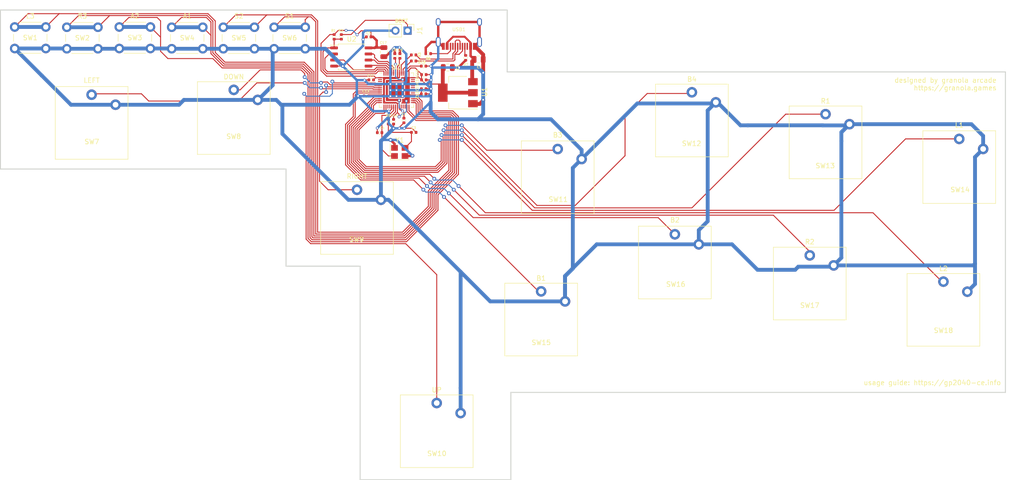
<source format=kicad_pcb>
(kicad_pcb (version 20211014) (generator pcbnew)
  (layers (0 "F.Cu" signal) (31 "B.Cu" signal) (34 "B.Paste" user) (35 "F.Paste" user) (36 "B.SilkS" user "B.Silkscreen") (37 "F.SilkS" user "F.Silkscreen") (38 "B.Mask" user) (39 "F.Mask" user) (44 "Edge.Cuts" user))
  (net 0 "")
  (net 1 "/XIN")
  (net 2 "GND")
  (net 3 "Net-(C3-Pad1)")
  (net 4 "VBUS")
  (net 5 "+3V3")
  (net 6 "+1V1")
  (net 7 "/~{USB_BOOT}")
  (net 8 "/USB_D-")
  (net 9 "/USB_D+")
  (net 10 "/QSPI_SS")
  (net 11 "/XOUT")
  (net 12 "Net-(R4-Pad2)")
  (net 13 "Net-(R3-Pad2)")
  (net 14 "/L3")
  (net 15 "/R3")
  (net 16 "/A2")
  (net 17 "/A1")
  (net 18 "/S1")
  (net 19 "/S2")
  (net 20 "/LEFT")
  (net 21 "/DOWN")
  (net 22 "/RIGHT")
  (net 23 "/UP")
  (net 24 "/1P")
  (net 25 "/2P")
  (net 26 "/3P")
  (net 27 "/4P")
  (net 28 "/1K")
  (net 29 "/2K")
  (net 30 "/3K")
  (net 31 "/4K")
  (net 32 "/QSPI_SD1")
  (net 33 "/QSPI_SD2")
  (net 34 "/QSPI_SD0")
  (net 35 "/QSPI_SCLK")
  (net 36 "/QSPI_SD3")
  (net 37 "/GPIO0")
  (net 38 "/GPIO1")
  (net 39 "/GPIO14")
  (net 40 "/GPIO15")
  (net 41 "/SWCLK")
  (net 42 "/SWD")
  (net 43 "/RUN")
  (net 44 "/GPIO22")
  (net 45 "/GPIO23")
  (net 46 "/GPIO24")
  (net 47 "/GPIO25")
  (net 48 "/GPIO26_ADC0")
  (net 49 "/GPIO27_ADC1")
  (net 50 "/GPIO28_ADC2")
  (net 51 "/GPIO29_ADC3")
  (net 52 "Net-(R6-Pad1)")
  (net 53 "Net-(R7-Pad1)")
  (footprint "Type-C:HRO-TYPE-C-31-M-12-Assembly" (layer "F.Cu") (at 136.4594 35.2075 180)
    (fp_text reference "USB1")
    (fp_text value "HRO-TYPE-C-31-M-12")
  )
  (footprint "Switch_Keyboard_Kailh:SW_Kailh_Choc_V1_1.50u" (layer "F.Cu") (at 209.806 92.546)
    (fp_text reference "SW17")
    (fp_text value "MX_Switch")
  )
  (footprint "Capacitor_SMD:C_0402_1005Metric" (layer "F.Cu") (at 129.1362 48.8188)
    (fp_text reference "C10")
    (fp_text value "1u")
  )
  (footprint "Package_SO:SOIC-8_5.23x5.23mm_P1.27mm" (layer "F.Cu") (at 113.9698 45.1358)
    (fp_text reference "U2")
    (fp_text value "W25Q128JVS")
  )
  (footprint "Button_Switch_THT:SW_PUSH_6mm" (layer "F.Cu") (at 76.4298 38.91)
    (fp_text reference "SW4")
    (fp_text value "6mm_Button")
  )
  (footprint "Capacitor_SMD:C_0402_1005Metric" (layer "F.Cu") (at 117.1194 53.2892 180)
    (fp_text reference "C13")
    (fp_text value "100n")
  )
  (footprint "Switch_Keyboard_Kailh:SW_Kailh_Choc_V1_1.50u" (layer "F.Cu") (at 241.046 68.176)
    (fp_text reference "SW14")
    (fp_text value "MX_Switch")
  )
  (footprint "Crystal:Crystal_SMD_3225-4Pin_3.2x2.5mm" (layer "F.Cu") (at 124.1044 64.9986)
    (fp_text reference "Y1")
    (fp_text value "ABLS-12.000MHZ-B4-T")
  )
  (footprint "Capacitor_SMD:C_0402_1005Metric" (layer "F.Cu") (at 124.968 58.42 -90)
    (fp_text reference "C7")
    (fp_text value "100n")
  )
  (footprint "Capacitor_SMD:C_0402_1005Metric" (layer "F.Cu") (at 117.602 40.9194 180)
    (fp_text reference "C5")
    (fp_text value "100n")
  )
  (footprint "Capacitor_SMD:C_0402_1005Metric" (layer "F.Cu") (at 124.1298 44.9326 90)
    (fp_text reference "C9")
    (fp_text value "100n")
  )
  (footprint "RP2040_minimal:RP2040-QFN-56" (layer "F.Cu") (at 123.4186 52.07)
    (fp_text reference "U3")
    (fp_text value "RP2040")
  )
  (footprint "Button_Switch_THT:SW_PUSH_6mm" (layer "F.Cu") (at 65.4824 38.8592)
    (fp_text reference "SW3")
    (fp_text value "6mm_Button")
  )
  (footprint "Switch_Keyboard_Kailh:SW_Kailh_Choc_V1_1.50u" (layer "F.Cu") (at 237.744 98.044)
    (fp_text reference "SW18")
    (fp_text value "MX_Switch")
  )
  (footprint "Capacitor_SMD:C_0402_1005Metric" (layer "F.Cu") (at 127 44.704 180)
    (fp_text reference "R3")
    (fp_text value "27")
  )
  (footprint "Capacitor_SMD:C_0805_2012Metric" (layer "F.Cu") (at 134.1378 47.3462)
    (fp_text reference "C2")
    (fp_text value "10u")
  )
  (footprint "Button_Switch_THT:SW_PUSH_6mm" (layer "F.Cu") (at 54.5096 38.91)
    (fp_text reference "SW2")
    (fp_text value "6mm_Button")
  )
  (footprint "Capacitor_SMD:C_0402_1005Metric" (layer "F.Cu") (at 118.1354 49.9364 180)
    (fp_text reference "C11")
    (fp_text value "100n")
  )
  (footprint "Capacitor_SMD:C_0402_1005Metric" (layer "F.Cu") (at 129.0828 52.8574)
    (fp_text reference "C12")
    (fp_text value "100n")
  )
  (footprint "Button_Switch_THT:SW_PUSH_6mm" (layer "F.Cu") (at 97.842 38.91)
    (fp_text reference "SW6")
    (fp_text value "6mm_Button")
  )
  (footprint "Capacitor_SMD:C_0402_1005Metric" (layer "F.Cu") (at 129.1362 49.9364)
    (fp_text reference "C16")
    (fp_text value "100n")
  )
  (footprint "Capacitor_SMD:C_0402_1005Metric" (layer "F.Cu") (at 119.888 60.96 180)
    (fp_text reference "C4")
    (fp_text value "27p")
  )
  (footprint "Switch_Keyboard_Kailh:SW_Kailh_Choc_V1_1.50u" (layer "F.Cu") (at 153.6544 100.076)
    (fp_text reference "SW15")
    (fp_text value "MX_Switch")
  )
  (footprint "Button_Switch_THT:SW_PUSH_6mm" (layer "F.Cu") (at 43.613 38.8592)
    (fp_text reference "SW1")
    (fp_text value "6mm_Button")
  )
  (footprint "Package_TO_SOT_SMD:SOT-223-3_TabPin2" (layer "F.Cu") (at 136.246 52.604 180)
    (fp_text reference "U1")
    (fp_text value "AMS1117-3.3_SOT223")
  )
  (footprint "Switch_Keyboard_Kailh:SW_Kailh_Choc_V1_1.50u" (layer "F.Cu") (at 59.69 58.928)
    (fp_text reference "SW7")
    (fp_text value "MX_Switch")
  )
  (footprint "Capacitor_SMD:C_0402_1005Metric" (layer "F.Cu") (at 110.3884 40.9194 -90)
    (fp_text reference "R2")
    (fp_text value "DNF")
  )
  (footprint "Capacitor_SMD:C_0805_2012Metric" (layer "F.Cu") (at 140.5894 45.6444)
    (fp_text reference "C1")
    (fp_text value "10u")
  )
  (footprint "Capacitor_SMD:C_0402_1005Metric" (layer "F.Cu") (at 111.887 40.9194 90)
    (fp_text reference "R1")
    (fp_text value "1k")
  )
  (footprint "Switch_Keyboard_Kailh:SW_Kailh_Choc_V1_1.50u" (layer "F.Cu") (at 157.1204 70.29)
    (fp_text reference "SW11")
    (fp_text value "MX_Switch")
  )
  (footprint "Switch_Keyboard_Kailh:SW_Kailh_Choc_V1_1.50u" (layer "F.Cu") (at 115.1636 78.8162)
    (fp_text reference "SW9")
    (fp_text value "MX_Switch")
  )
  (footprint "Button_Switch_THT:SW_PUSH_6mm" (layer "F.Cu") (at 87.2248 38.91)
    (fp_text reference "SW5")
    (fp_text value "6mm_Button")
  )
  (footprint "Capacitor_SMD:C_0402_1005Metric" (layer "F.Cu") (at 123.063 44.9326 90)
    (fp_text reference "C6")
    (fp_text value "100n")
  )
  (footprint "Switch_Keyboard_Kailh:SW_Kailh_Choc_V1_1.50u" (layer "F.Cu") (at 131.826 123.444)
    (fp_text reference "SW10")
    (fp_text value "MX_Switch")
  )
  (footprint "Capacitor_SMD:C_0402_1005Metric" (layer "F.Cu") (at 129.0828 47.0408)
    (fp_text reference "C8")
    (fp_text value "1u")
  )
  (footprint "Capacitor_SMD:C_0402_1005Metric" (layer "F.Cu") (at 121.7168 58.674 -90)
    (fp_text reference "R5")
    (fp_text value "1k")
  )
  (footprint "Connector_PinHeader_2.54mm:PinHeader_1x02_P2.54mm_Vertical" (layer "F.Cu") (at 125.735 39.624 -90)
    (fp_text reference "J1")
    (fp_text value "Conn_01x02")
  )
  (footprint "Switch_Keyboard_Kailh:SW_Kailh_Choc_V1_1.50u" (layer "F.Cu") (at 89.408 57.912)
    (fp_text reference "SW8")
    (fp_text value "MX_Switch")
  )
  (footprint "Resistor_SMD:R_0402_1005Metric" (layer "F.Cu") (at 137.8734 45.312359 -90)
    (fp_text reference "R7")
    (fp_text value "5.1k")
  )
  (footprint "Switch_Keyboard_Kailh:SW_Kailh_Choc_V1_1.50u" (layer "F.Cu") (at 185.166 58.42)
    (fp_text reference "SW12")
    (fp_text value "MX_Switch")
  )
  (footprint "Capacitor_SMD:C_0805_2012Metric" (layer "F.Cu") (at 120.777 44.1198 -90)
    (fp_text reference "C17")
    (fp_text value "10u")
  )
  (footprint "Switch_Keyboard_Kailh:SW_Kailh_Choc_V1_1.50u" (layer "F.Cu") (at 181.61 88.138)
    (fp_text reference "SW16")
    (fp_text value "MX_Switch")
  )
  (footprint "Capacitor_SMD:C_0402_1005Metric" (layer "F.Cu") (at 122.809 58.674 -90)
    (fp_text reference "C14")
    (fp_text value "100n")
  )
  (footprint "Capacitor_SMD:C_0402_1005Metric" (layer "F.Cu") (at 127.0254 60.9092)
    (fp_text reference "C3")
    (fp_text value "27p")
  )
  (footprint "Switch_Keyboard_Kailh:SW_Kailh_Choc_V1_1.50u" (layer "F.Cu") (at 213.102 62.998)
    (fp_text reference "SW13")
    (fp_text value "MX_Switch")
  )
  (footprint "Capacitor_SMD:C_0402_1005Metric" (layer "F.Cu") (at 129.1082 51.7822)
    (fp_text reference "C15")
    (fp_text value "100n")
  )
  (footprint "Resistor_SMD:R_0402_1005Metric" (layer "F.Cu") (at 130.048 44.434 180)
    (fp_text reference "R6")
    (fp_text value "5.1k")
  )
  (footprint "Capacitor_SMD:C_0402_1005Metric" (layer "F.Cu") (at 127 45.974 180)
    (fp_text reference "R4")
    (fp_text value "27")
  )
  (gr_line (start 147.32 115.316) (end 147.32 133.604) (layer "Edge.Cuts") (width 0.2))
  (gr_line (start 250.698 115.316) (end 147.32 115.316) (layer "Edge.Cuts") (width 0.2))
  (gr_line (start 100.33 88.9) (end 100.33 68.58) (layer "Edge.Cuts") (width 0.2))
  (gr_line (start 40.64 35.306) (end 146.558 35.306) (layer "Edge.Cuts") (width 0.2))
  (gr_line (start 40.64 68.58) (end 40.64 35.306) (layer "Edge.Cuts") (width 0.2))
  (gr_line (start 115.824 133.604) (end 115.824 88.9) (layer "Edge.Cuts") (width 0.2))
  (gr_line (start 146.558 48.26) (end 250.698 48.26) (layer "Edge.Cuts") (width 0.2))
  (gr_line (start 250.698 48.26) (end 250.698 115.316) (layer "Edge.Cuts") (width 0.2))
  (gr_line (start 147.32 133.604) (end 115.824 133.604) (layer "Edge.Cuts") (width 0.2))
  (gr_line (start 115.824 88.9) (end 100.33 88.9) (layer "Edge.Cuts") (width 0.2))
  (gr_line (start 146.558 35.306) (end 146.558 48.26) (layer "Edge.Cuts") (width 0.2))
  (gr_line (start 100.33 68.58) (end 40.64 68.58) (layer "Edge.Cuts") (width 0.2))
  (gr_text "R3" (at 57.7596 36.576) (layer "F.SilkS") (effects (font (size 1 1))))
  (gr_text "S2" (at 90.4748 36.576) (layer "F.SilkS") (effects (font (size 1 1))))
  (gr_text "BOOT" (at 124.46 37.592) (layer "F.SilkS") (effects (font (size 0.7 0.7))))
  (gr_text "B3" (at 157.1204 61.468) (layer "F.SilkS") (effects (font (size 1 1))))
  (gr_text "DOWN" (at 89.408 49.276) (layer "F.SilkS") (effects (font (size 1 1))))
  (gr_text "L1" (at 241.046 59.436) (layer "F.SilkS") (effects (font (size 1 1))))
  (gr_text "L2" (at 237.744 89.408) (layer "F.SilkS") (effects (font (size 1 1))))
  (gr_text "R1" (at 213.102 54.356) (layer "F.SilkS") (effects (font (size 1 1))))
  (gr_text "RIGHT" (at 115.1636 70.104) (layer "F.SilkS") (effects (font (size 1 1))))
  (gr_text "A2" (at 68.7324 36.576) (layer "F.SilkS") (effects (font (size 1 1))))
  (gr_text "usage guide: https://gp2040-ce.info" (at 220.98 113.284) (layer "F.SilkS") (effects (font (size 1 1)) (justify left)))
  (gr_text "A1" (at 79.6798 36.576) (layer "F.SilkS") (effects (font (size 1 1))))
  (gr_text "B2" (at 181.61 79.248) (layer "F.SilkS") (effects (font (size 1 1))))
  (gr_text "R2" (at 209.804 83.82) (layer "F.SilkS") (effects (font (size 1 1))))
  (gr_text "L3" (at 46.863 36.576) (layer "F.SilkS") (effects (font (size 1 1))))
  (gr_text "LEFT" (at 59.69 50.038) (layer "F.SilkS") (effects (font (size 1 1))))
  (gr_text "designed by granola arcade\nhttps://granola.games" (at 248.92 50.8) (layer "F.SilkS") (effects (font (size 1 1)) (justify right)))
  (gr_text "B1" (at 153.6544 91.44) (layer "F.SilkS") (effects (font (size 1 1))))
  (gr_text "UP" (at 131.826 114.808) (layer "F.SilkS") (effects (font (size 1 1))))
  (gr_text "B4" (at 185.166 49.784) (layer "F.SilkS") (effects (font (size 1 1))))
  (gr_text "S1" (at 101.092 36.576) (layer "F.SilkS") (effects (font (size 1 1))))
  (segment (start 121.7286 65.8486) (end 123.0044 65.8486) (width 0.2) (layer "F.Cu") (net 1))
  (segment (start 120.368 57.3532) (end 120.368 60.96) (width 0.2) (layer "F.Cu") (net 1))
  (segment (start 122.8186 56.321333) (end 121.786733 57.3532) (width 0.2) (layer "F.Cu") (net 1))
  (segment (start 121.786733 57.3532) (end 120.368 57.3532) (width 0.2) (layer "F.Cu") (net 1))
  (segment (start 120.368 60.96) (end 120.368 64.488) (width 0.2) (layer "F.Cu") (net 1))
  (segment (start 120.368 64.488) (end 121.7286 65.8486) (width 0.2) (layer "F.Cu") (net 1))
  (segment (start 122.8186 55.5075) (end 122.8186 56.321333) (width 0.2) (layer "F.Cu") (net 1))
  (segment (start 141.5394 44.6325) (end 139.8094 42.9025) (width 0.8) (layer "F.Cu") (net 2))
  (segment (start 127.5054 60.9092) (end 126.6418 60.0456) (width 0.2) (layer "F.Cu") (net 2))
  (segment (start 122.4186 56.039975) (end 122.4186 55.5075) (width 0.2) (layer "F.Cu") (net 2))
  (segment (start 141.5394 45.6444) (end 141.5394 48.4286) (width 0.8) (layer "F.Cu") (net 2))
  (segment (start 121.1224 45.0698) (end 122.936 43.2562) (width 0.5) (layer "F.Cu") (net 2))
  (segment (start 136.5254 47.3462) (end 136.5254 47.170359) (width 0.5) (layer "F.Cu") (net 2))
  (segment (start 129.6162 49.9364) (end 130.6348 49.9364) (width 0.2) (layer "F.Cu") (net 2))
  (segment (start 130.7325 41.9875) (end 129.538 43.182) (width 0.5) (layer "F.Cu") (net 2))
  (segment (start 139.4582 54.9662) (end 139.396 54.904) (width 0.8) (layer "F.Cu") (net 2))
  (segment (start 130.6068 52.8574) (end 129.5628 52.8574) (width 0.2) (layer "F.Cu") (net 2))
  (segment (start 126.6418 60.0456) (end 125.0442 60.0456) (width 0.2) (layer "F.Cu") (net 2))
  (segment (start 140.818 54.9662) (end 139.4582 54.9662) (width 0.8) (layer "F.Cu") (net 2))
  (segment (start 124.1298 43.18) (end 124.0536 43.1038) (width 0.5) (layer "F.Cu") (net 2))
  (segment (start 140.6244 41.9875) (end 139.7094 42.9025) (width 0.5) (layer "F.Cu") (net 2))
  (segment (start 141.5394 54.0874) (end 141.5394 54.2448) (width 0.8) (layer "F.Cu") (net 2))
  (segment (start 119.408 60.96) (end 119.408 59.9974) (width 0.2) (layer "F.Cu") (net 2))
  (segment (start 135.0878 47.3462) (end 136.5254 47.3462) (width 0.5) (layer "F.Cu") (net 2))
  (segment (start 116.7384 49.9785) (end 116.7805 49.9364) (width 0.2) (layer "F.Cu") (net 2))
  (segment (start 123.0044 63.3144) (end 122.174 62.484) (width 0.5) (layer "F.Cu") (net 2))
  (segment (start 125.2044 65.8486) (end 126.6834 65.8486) (width 0.5) (layer "F.Cu") (net 2))
  (segment (start 129.538 43.182) (end 129.538 44.434) (width 0.5) (layer "F.Cu") (net 2))
  (segment (start 123.0044 64.1486) (end 123.0044 63.3144) (width 0.5) (layer "F.Cu") (net 2))
  (segment (start 112.1868 47.0408) (end 112.1893 47.0383) (width 0.2) (layer "F.Cu") (net 2))
  (segment (start 121.985271 56.473304) (end 122.4186 56.039975) (width 0.2) (layer "F.Cu") (net 2))
  (segment (start 129.6162 48.8188) (end 130.6686 48.8188) (width 0.2) (layer "F.Cu") (net 2))
  (segment (start 117.122 40.9194) (end 116.9924 40.9194) (width 0.2) (layer "F.Cu") (net 2))
  (segment (start 136.5254 47.170359) (end 137.8734 45.822359) (width 0.5) (layer "F.Cu") (net 2))
  (segment (start 121.8181 56.473304) (end 121.985271 56.473304) (width 0.2) (layer "F.Cu") (net 2))
  (segment (start 129.5628 47.0408) (end 130.6068 47.0408) (width 0.2) (layer "F.Cu") (net 2))
  (segment (start 141.5394 54.2448) (end 140.818 54.9662) (width 0.8) (layer "F.Cu") (net 2))
  (segment (start 116.6394 53.2892) (end 115.3922 53.2892) (width 0.2) (layer "F.Cu") (net 2))
  (segment (start 124.0028 59.8652) (end 124.0028 60.0456) (width 0.2) (layer "F.Cu") (net 2))
  (segment (start 132.1394 41.9875) (end 130.7325 41.9875) (width 0.5) (layer "F.Cu") (net 2))
  (segment (start 110.3698 47.0408) (end 112.1868 47.0408) (width 0.2) (layer "F.Cu") (net 2))
  (segment (start 120.777 45.0698) (end 121.1224 45.0698) (width 0.5) (layer "F.Cu") (net 2))
  (segment (start 116.9924 40.9194) (end 116.4336 41.4782) (width 0.2) (layer "F.Cu") (net 2))
  (segment (start 119.408 59.9974) (end 119.4054 59.9948) (width 0.2) (layer "F.Cu") (net 2))
  (segment (start 140.7794 41.9875) (end 140.6244 41.9875) (width 0.5) (layer "F.Cu") (net 2))
  (segment (start 124.1298 44.4526) (end 124.1298 43.18) (width 0.5) (layer "F.Cu") (net 2))
  (segment (start 133.0544 42.9025) (end 132.1394 41.9875) (width 0.5) (layer "F.Cu") (net 2))
  (segment (start 132.1394 37.8075) (end 132.1394 41.9875) (width 0.5) (layer "F.Cu") (net 2))
  (segment (start 130.6238 51.7822) (end 129.5882 51.7822) (width 0.2) (layer "F.Cu") (net 2))
  (segment (start 126.6834 65.8486) (end 126.746 65.786) (width 0.5) (layer "F.Cu") (net 2))
  (segment (start 122.809 59.154) (end 122.809 60.071) (width 0.2) (layer "F.Cu") (net 2))
  (segment (start 124.968 58.9) (end 124.0028 59.8652) (width 0.2) (layer "F.Cu") (net 2))
  (segment (start 140.7794 37.8075) (end 132.1394 37.8075) (width 0.5) (layer "F.Cu") (net 2))
  (segment (start 116.7805 49.9364) (end 117.6554 49.9364) (width 0.2) (layer "F.Cu") (net 2))
  (segment (start 133.2094 42.9025) (end 133.0544 42.9025) (width 0.5) (layer "F.Cu") (net 2))
  (segment (start 123.063 44.4526) (end 123.063 43.3832) (width 0.5) (layer "F.Cu") (net 2))
  (segment (start 140.7794 41.9875) (end 140.7794 37.8075) (width 0.5) (layer "F.Cu") (net 2))
  (segment (start 123.063 43.3832) (end 122.936 43.2562) (width 0.5) (layer "F.Cu") (net 2))
  (segment (start 141.5394 45.6444) (end 141.5394 44.6325) (width 0.8) (layer "F.Cu") (net 2))
  (via (at 141.5394 54.0874) (size 0.6) (drill 0.35) (layers "F.Cu" "B.Cu") (net 2))
  (via (at 115.3922 53.2892) (size 0.6) (drill 0.35) (layers "F.Cu" "B.Cu") (net 2))
  (via (at 116.4336 41.4782) (size 0.6) (drill 0.35) (layers "F.Cu" "B.Cu") (net 2))
  (via (at 141.5394 48.4286) (size 0.6) (drill 0.35) (layers "F.Cu" "B.Cu") (net 2))
  (via (at 130.6686 48.8188) (size 0.6) (drill 0.35) (layers "F.Cu" "B.Cu") (net 2))
  (via (at 119.4054 59.9948) (size 0.6) (drill 0.35) (layers "F.Cu" "B.Cu") (net 2))
  (via (at 124.0536 43.1038) (size 0.6) (drill 0.35) (layers "F.Cu" "B.Cu") (net 2))
  (via (at 121.8181 56.473304) (size 0.6) (drill 0.35) (layers "F.Cu" "B.Cu") (net 2))
  (via (at 125.0442 60.0456) (size 0.6) (drill 0.35) (layers "F.Cu" "B.Cu") (net 2))
  (via (at 116.7384 49.9785) (size 0.6) (drill 0.35) (layers "F.Cu" "B.Cu") (net 2))
  (via (at 130.6348 49.9364) (size 0.6) (drill 0.35) (layers "F.Cu" "B.Cu") (net 2))
  (via (at 122.809 60.071) (size 0.6) (drill 0.35) (layers "F.Cu" "B.Cu") (net 2))
  (via (at 122.936 43.2562) (size 0.6) (drill 0.35) (layers "F.Cu" "B.Cu") (net 2))
  (via (at 112.1893 47.0383) (size 0.6) (drill 0.35) (layers "F.Cu" "B.Cu") (net 2))
  (via (at 126.746 65.786) (size 0.8) (drill 0.4) (layers "F.Cu" "B.Cu") (net 2))
  (via (at 130.6068 52.8574) (size 0.6) (drill 0.35) (layers "F.Cu" "B.Cu") (net 2))
  (via (at 124.0028 60.0456) (size 0.6) (drill 0.35) (layers "F.Cu" "B.Cu") (net 2))
  (via (at 130.6238 51.7822) (size 0.6) (drill 0.35) (layers "F.Cu" "B.Cu") (net 2))
  (via (at 122.174 62.484) (size 0.8) (drill 0.4) (layers "F.Cu" "B.Cu") (net 2))
  (via (at 136.5254 47.3462) (size 0.6) (drill 0.35) (layers "F.Cu" "B.Cu") (net 2))
  (via (at 130.6068 47.0408) (size 0.6) (drill 0.35) (layers "F.Cu" "B.Cu") (net 2))
  (segment (start 124.6936 52.07) (end 130.336 52.07) (width 0.5) (layer "B.Cu") (net 2))
  (segment (start 93.7248 43.41) (end 97.842 43.41) (width 0.8) (layer "B.Cu") (net 2))
  (segment (start 212.514 59.452) (end 212.494 59.432) (width 0.8) (layer "B.Cu") (net 2))
  (segment (start 214.552 89) (end 216.408 87.144) (width 0.8) (layer "B.Cu") (net 2))
  (segment (start 122.1436 53.345) (end 122.1436 52.07) (width 0.5) (layer "B.Cu") (net 2))
  (segment (start 113.3702 75.0162) (end 120.1636 75.0162) (width 0.8) (layer "B.Cu") (net 2))
  (segment (start 123.4186 52.07) (end 124.6936 52.07) (width 0.5) (layer "B.Cu") (net 2))
  (segment (start 82.9298 43.41) (end 87.2248 43.41) (width 0.8) (layer "B.Cu") (net 2))
  (segment (start 115.1295 53.0265) (end 115.1295 49.9785) (width 0.5) (layer "B.Cu") (net 2))
  (segment (start 125.464 50.170861) (end 124.839861 50.795) (width 0.5) (layer "B.Cu") (net 2))
  (segment (start 130.6686 49.9026) (end 130.6348 49.9364) (width 0.2) (layer "B.Cu") (net 2))
  (segment (start 123.4186 52.07) (end 123.4186 50.795) (width 0.5) (layer "B.Cu") (net 2))
  (segment (start 130.9122 47.3462) (end 130.6068 47.0408) (width 0.5) (layer "B.Cu") (net 2))
  (segment (start 246.046 61.642) (end 246.046 64.376) (width 0.8) (layer "B.Cu") (net 2))
  (segment (start 77.968 55.128) (end 64.69 55.128) (width 0.8) (layer "B.Cu") (net 2))
  (segment (start 98.288 54.112) (end 94.408 54.112) (width 0.8) (layer "B.Cu") (net 2))
  (segment (start 129.7762 50.795) (end 129.7762 50.9126) (width 0.5) (layer "B.Cu") (net 2))
  (segment (start 121.8181 59.0801) (end 122.809 60.071) (width 0.5) (layer "B.Cu") (net 2))
  (segment (start 160.274 89.408) (end 158.6544 91.0276) (width 0.8) (layer "B.Cu") (net 2))
  (segment (start 130.556 52.9082) (end 130.6068 52.8574) (width 0.2) (layer "B.Cu") (net 2))
  (segment (start 216.408 62.738) (end 216.408 60.892) (width 0.8) (layer "B.Cu") (net 2))
  (segment (start 120.1636 75.0162) (end 121.7522 75.0162) (width 0.8) (layer "B.Cu") (net 2))
  (segment (start 108.561 43.41) (end 97.5446 43.41) (width 0.8) (layer "B.Cu") (net 2))
  (segment (start 122.936 43.2562) (end 122.1436 44.0486) (width 0.5) (layer "B.Cu") (net 2))
  (segment (start 122.1436 44.0486) (end 122.1436 50.795) (width 0.5) (layer "B.Cu") (net 2))
  (segment (start 140.4926 47.3818) (end 136.6118 47.3818) (width 0.8) (layer "B.Cu") (net 2))
  (segment (start 161.8664 66.744) (end 160.274 68.3364) (width 0.8) (layer "B.Cu") (net 2))
  (segment (start 195.326 59.436) (end 190.51 54.62) (width 0.8) (layer "B.Cu") (net 2))
  (segment (start 50.113 43.3592) (end 54.4588 43.3592) (width 0.8) (layer "B.Cu") (net 2))
  (segment (start 99.304 55.128) (end 99.324 55.128) (width 0.8) (layer "B.Cu") (net 2))
  (segment (start 124.6936 53.345) (end 130.1192 53.345) (width 0.5) (layer "B.Cu") (net 2))
  (segment (start 216.408 60.892) (end 218.102 59.198) (width 0.8) (layer "B.Cu") (net 2))
  (segment (start 65.4824 43.3592) (end 71.9824 43.3592) (width 0.8) (layer "B.Cu") (net 2))
  (segment (start 65.4316 43.41) (end 65.4824 43.3592) (width 0.8) (layer "B.Cu") (net 2))
  (segment (start 121.7522 75.0162) (end 136.826 90.09) (width 0.8) (layer "B.Cu") (net 2))
  (segment (start 99.304 55.128) (end 98.288 54.112) (width 0.8) (layer "B.Cu") (net 2))
  (segment (start 136.5254 47.3462) (end 130.9122 47.3462) (width 0.5) (layer "B.Cu") (net 2))
  (segment (start 120.1636 62.7164) (end 122.809 60.071) (width 0.8) (layer "B.Cu") (net 2))
  (segment (start 244.348 92.64) (end 242.744 94.244) (width 0.8) (layer "B.Cu") (net 2))
  (segment (start 141.5394 48.4286) (end 141.5394 54.0874) (width 0.8) (layer "B.Cu") (net 2))
  (segment (start 49.276 49.022) (end 49.2758 49.022) (width 0.8) (layer "B.Cu") (net 2))
  (segment (start 87.2248 43.41) (end 93.7248 43.41) (width 0.8) (layer "B.Cu") (net 2))
  (segment (start 126.746 65.786) (end 123.444 62.484) (width 0.5) (layer "B.Cu") (net 2))
  (segment (start 122.174 62.484) (end 120.396 62.484) (width 0.5) (layer "B.Cu") (net 2))
  (segment (start 130.6686 48.8188) (end 130.6686 49.9026) (width 0.5) (layer "B.Cu") (net 2))
  (segment (start 97.5446 43.41) (end 97.5446 51.0454) (width 0.8) (layer "B.Cu") (net 2))
  (segment (start 97.5446 51.0454) (end 94.478 54.112) (width 0.8) (layer "B.Cu") (net 2))
  (segment (start 132.1394 45.5082) (end 130.6068 47.0408) (width 0.5) (layer "B.Cu") (net 2))
  (segment (start 130.6348 51.7712) (end 130.6238 51.7822) (width 0.2) (layer "B.Cu") (net 2))
  (segment (start 118.550904 56.473304) (end 121.8181 56.473304) (width 0.5) (layer "B.Cu") (net 2))
  (segment (start 49.2758 49.022) (end 43.613 43.3592) (width 0.8) (layer "B.Cu") (net 2))
  (segment (start 243.602 59.198) (end 246.046 61.642) (width 0.8) (layer "B.Cu") (net 2))
  (segment (start 122.1436 53.345) (end 123.4186 53.345) (width 0.5) (layer "B.Cu") (net 2))
  (segment (start 130.556 56.642) (end 132.08 58.166) (width 0.8) (layer "B.Cu") (net 2))
  (segment (start 115.1295 49.9785) (end 116.7384 49.9785) (width 0.5) (layer "B.Cu") (net 2))
  (segment (start 212.494 59.432) (end 196.854 59.432) (width 0.8) (layer "B.Cu") (net 2))
  (segment (start 122.809 60.071) (end 123.9774 60.071) (width 0.5) (layer "B.Cu") (net 2))
  (segment (start 130.6068 54.483) (end 130.6068 52.8574) (width 0.5) (layer "B.Cu") (net 2))
  (segment (start 116.4336 41.4782) (end 116.4336 42.794) (width 0.5) (layer "B.Cu") (net 2))
  (segment (start 54.5096 43.41) (end 61.0096 43.41) (width 0.8) (layer "B.Cu") (net 2))
  (segment (start 162.1204 66.49) (end 161.8664 66.744) (width 0.8) (layer "B.Cu") (net 2))
  (segment (start 120.1636 75.0162) (end 120.1636 62.7164) (width 0.8) (layer "B.Cu") (net 2))
  (segment (start 216.408 87.144) (end 216.408 62.738) (width 0.8) (layer "B.Cu") (net 2))
  (segment (start 112.1893 47.0383) (end 115.1295 49.9785) (width 0.5) (layer "B.Cu") (net 2))
  (segment (start 125.0442 60.0456) (end 130.6068 54.483) (width 0.5) (layer "B.Cu") (net 2))
  (segment (start 130.1192 53.345) (end 130.6068 52.8574) (width 0.5) (layer "B.Cu") (net 2))
  (segment (start 122.1436 50.795) (end 117.5549 50.795) (width 0.5) (layer "B.Cu") (net 2))
  (segment (start 113.5788 55.128) (end 99.304 55.128) (width 0.8) (layer "B.Cu") (net 2))
  (segment (start 121.8181 56.473304) (end 121.8181 59.0801) (width 0.5) (layer "B.Cu") (net 2))
  (segment (start 158.6544 90.954) (end 158.6544 96.276) (width 0.8) (layer "B.Cu") (net 2))
  (segment (start 190.166 54.62) (end 188.468 56.318) (width 0.8) (layer "B.Cu") (net 2))
  (segment (start 130.336 52.07) (end 130.6348 51.7712) (width 0.5) (layer "B.Cu") (net 2))
  (segment (start 55.382 55.128) (end 49.276 49.022) (width 0.8) (layer "B.Cu") (net 2))
  (segment (start 129.7762 50.795) (end 130.6348 49.9364) (width 0.5) (layer "B.Cu") (net 2))
  (segment (start 123.4186 53.345) (end 124.6936 53.345) (width 0.5) (layer "B.Cu") (net 2))
  (segment (start 198.882 89.662) (end 193.558 84.338) (width 0.8) (layer "B.Cu") (net 2))
  (segment (start 94.408 54.112) (end 78.984 54.112) (width 0.8) (layer "B.Cu") (net 2))
  (segment (start 123.0884 43.1038) (end 122.936 43.2562) (width 0.5) (layer "B.Cu") (net 2))
  (segment (start 43.613 43.3592) (end 50.113 43.3592) (width 0.8) (layer "B.Cu") (net 2))
  (segment (start 165.2704 84.338) (end 158.6544 90.954) (width 0.8) (layer "B.Cu") (net 2))
  (segment (start 116.4336 40.0304) (end 116.4336 41.4782) (width 0.5) (layer "B.Cu") (net 2))
  (segment (start 78.984 54.112) (end 77.968 55.128) (width 0.8) (layer "B.Cu") (net 2))
  (segment (start 120.396 62.484) (end 120.1636 62.7164) (width 0.5) (layer "B.Cu") (net 2))
  (segment (start 216.408 60.892) (end 217.848 59.452) (width 0.8) (layer "B.Cu") (net 2))
  (segment (start 173.7464 54.864) (end 162.1204 66.49) (width 0.8) (layer "B.Cu") (net 2))
  (segment (start 244.348 66.074) (end 244.348 88.392) (width 0.8) (layer "B.Cu") (net 2))
  (segment (start 214.552 89) (end 207.418 89) (width 0.8) (layer "B.Cu") (net 2))
  (segment (start 116.4336 42.794) (end 112.1893 47.0383) (width 0.5) (layer "B.Cu") (net 2))
  (segment (start 141.5394 54.0874) (end 141.5394 57.0886) (width 0.8) (layer "B.Cu") (net 2))
  (segment (start 190.51 54.62) (end 190.166 54.62) (width 0.8) (layer "B.Cu") (net 2))
  (segment (start 214.552 89) (end 214.806 88.746) (width 0.8) (layer "B.Cu") (net 2))
  (segment (start 160.274 68.3364) (end 160.274 89.408) (width 0.8) (layer "B.Cu") (net 2))
  (segment (start 123.4186 50.795) (end 122.1436 50.795) (width 0.5) (layer "B.Cu") (net 2))
  (segment (start 123.4186 52.07) (end 123.4186 53.345) (width 0.5) (layer "B.Cu") (net 2))
  (segment (start 76.4298 43.41) (end 82.9298 43.41) (width 0.8) (layer "B.Cu") (net 2))
  (segment (start 129.7762 50.9126) (end 130.6348 51.7712) (width 0.5) (layer "B.Cu") (net 2))
  (segment (start 124.0536 43.1038) (end 123.0884 43.1038) (width 0.5) (layer "B.Cu") (net 2))
  (segment (start 123.444 62.484) (end 122.174 62.484) (width 0.5) (layer "B.Cu") (net 2))
  (segment (start 115.3922 53.3146) (end 118.550904 56.473304) (width 0.5) (layer "B.Cu") (net 2))
  (segment (start 122.1436 50.795) (end 122.1436 52.07) (width 0.5) (layer "B.Cu") (net 2))
  (segment (start 246.046 64.376) (end 244.348 66.074) (width 0.8) (layer "B.Cu") (net 2))
  (segment (start 141.5394 48.4286) (end 140.4926 47.3818) (width 0.8) (layer "B.Cu") (net 2))
  (segment (start 140.462 58.166) (end 155.702 58.166) (width 0.8) (layer "B.Cu") (net 2))
  (segment (start 121.8181 57.5821) (end 119.4054 59.9948) (width 0.5) (layer "B.Cu") (net 2))
  (segment (start 130.9122 48.5752) (end 130.6686 48.8188) (width 0.5) (layer "B.Cu") (net 2))
  (segment (start 158.6544 96.276) (end 143.012 96.276) (width 0.8) (layer "B.Cu") (net 2))
  (segment (start 99.568 61.214) (end 113.3702 75.0162) (width 0.8) (layer "B.Cu") (net 2))
  (segment (start 193.558 84.338) (end 165.2704 84.338) (width 0.8) (layer "B.Cu") (net 2))
  (segment (start 122.1436 53.345) (end 115.4226 53.345) (width 0.5) (layer "B.Cu") (net 2))
  (segment (start 132.08 58.166) (end 140.462 58.166) (width 0.8) (layer "B.Cu") (net 2))
  (segment (start 115.3922 53.2892) (end 115.3922 53.3146) (width 0.2) (layer "B.Cu") (net 2))
  (segment (start 136.826 114.38) (end 136.826 119.644) (width 0.8) (layer "B.Cu") (net 2))
  (segment (start 125.464 44.5142) (end 125.464 50.170861) (width 0.5) (layer "B.Cu") (net 2))
  (segment (start 188.468 79.502) (end 186.61 81.36) (width 0.8) (layer "B.Cu") (net 2))
  (segment (start 218.102 59.198) (end 243.602 59.198) (width 0.8) (layer "B.Cu") (net 2))
  (segment (start 61.0096 43.41) (end 65.4316 43.41) (width 0.8) (layer "B.Cu") (net 2))
  (segment (start 115.1295 53.0265) (end 115.3922 53.2892) (width 0.5) (layer "B.Cu") (net 2))
  (segment (start 186.61 81.36) (end 186.61 84.338) (width 0.8) (layer "B.Cu") (net 2))
  (segment (start 206.756 89.662) (end 198.882 89.662) (width 0.8) (layer "B.Cu") (net 2))
  (segment (start 196.85 59.436) (end 195.326 59.436) (width 0.8) (layer "B.Cu") (net 2))
  (segment (start 117.5549 50.795) (end 116.7384 49.9785) (width 0.5) (layer "B.Cu") (net 2))
  (segment (start 196.854 59.432) (end 196.85 59.436) (width 0.8) (layer "B.Cu") (net 2))
  (segment (start 125.0442 60.0456) (end 124.0028 60.0456) (width 0.5) (layer "B.Cu") (net 2))
  (segment (start 124.0536 43.1038) (end 125.464 44.5142) (width 0.5) (layer "B.Cu") (net 2))
  (segment (start 99.568 55.372) (end 99.568 61.214) (width 0.8) (layer "B.Cu") (net 2))
  (segment (start 121.8181 56.473304) (end 121.8181 57.5821) (width 0.2) (layer "B.Cu") (net 2))
  (segment (start 141.5394 57.0886) (end 140.462 58.166) (width 0.8) (layer "B.Cu") (net 2))
  (segment (start 158.6544 91.0276) (end 158.6544 96.276) (width 0.8) (layer "B.Cu") (net 2))
  (segment (start 217.848 59.452) (end 212.514 59.452) (width 0.8) (layer "B.Cu") (net 2))
  (segment (start 132.1394 41.9875) (end 132.1394 45.5082) (width 0.5) (layer "B.Cu") (net 2))
  (segment (start 123.195 39.624) (end 116.84 39.624) (width 0.5) (layer "B.Cu") (net 2))
  (segment (start 189.922 54.864) (end 173.7464 54.864) (width 0.8) (layer "B.Cu") (net 2))
  (segment (start 124.6936 52.07) (end 124.6936 50.795) (width 0.5) (layer "B.Cu") (net 2))
  (segment (start 124.6936 50.795) (end 129.7762 50.795) (width 0.5) (layer "B.Cu") (net 2))
  (segment (start 214.806 88.746) (end 243.994 88.746) (width 0.8) (layer "B.Cu") (net 2))
  (segment (start 130.6238 54.5422) (end 130.556 54.61) (width 0.5) (layer "B.Cu") (net 2))
  (segment (start 115.3922 53.3146) (end 113.5788 55.128) (width 0.8) (layer "B.Cu") (net 2))
  (segment (start 54.4588 43.3592) (end 54.5096 43.41) (width 0.8) (layer "B.Cu") (net 2))
  (segment (start 130.556 54.61) (end 130.556 52.9082) (width 0.2) (layer "B.Cu") (net 2))
  (segment (start 124.6936 50.795) (end 123.4186 50.795) (width 0.5) (layer "B.Cu") (net 2))
  (segment (start 64.69 55.128) (end 55.382 55.128) (width 0.8) (layer "B.Cu") (net 2))
  (segment (start 188.468 56.318) (end 188.468 79.502) (width 0.8) (layer "B.Cu") (net 2))
  (segment (start 124.839861 50.795) (end 124.6936 50.795) (width 0.5) (layer "B.Cu") (net 2))
  (segment (start 244.348 88.392) (end 244.348 92.64) (width 0.8) (layer "B.Cu") (net 2))
  (segment (start 99.324 55.128) (end 99.568 55.372) (width 0.8) (layer "B.Cu") (net 2))
  (segment (start 130.6238 51.7822) (end 130.6238 54.5422) (width 0.5) (layer "B.Cu") (net 2))
  (segment (start 116.84 39.624) (end 116.4336 40.0304) (width 0.5) (layer "B.Cu") (net 2))
  (segment (start 162.1204 64.5844) (end 162.1204 66.49) (width 0.8) (layer "B.Cu") (net 2))
  (segment (start 115.4226 53.345) (end 115.3922 53.3146) (width 0.5) (layer "B.Cu") (net 2))
  (segment (start 97.842 43.41) (end 104.342 43.41) (width 0.8) (layer "B.Cu") (net 2))
  (segment (start 190.166 54.62) (end 189.922 54.864) (width 0.8) (layer "B.Cu") (net 2))
  (segment (start 130.6348 49.9364) (end 130.6348 51.7712) (width 0.5) (layer "B.Cu") (net 2))
  (segment (start 123.9774 60.071) (end 124.0028 60.0456) (width 0.2) (layer "B.Cu") (net 2))
  (segment (start 155.702 58.166) (end 162.1204 64.5844) (width 0.8) (layer "B.Cu") (net 2))
  (segment (start 76.379 43.3592) (end 76.4298 43.41) (width 0.8) (layer "B.Cu") (net 2))
  (segment (start 112.1893 47.0383) (end 108.561 43.41) (width 0.8) (layer "B.Cu") (net 2))
  (segment (start 207.418 89) (end 206.756 89.662) (width 0.8) (layer "B.Cu") (net 2))
  (segment (start 130.556 54.61) (end 130.556 56.642) (width 0.8) (layer "B.Cu") (net 2))
  (segment (start 143.012 96.276) (end 136.826 90.09) (width 0.8) (layer "B.Cu") (net 2))
  (segment (start 124.6936 53.345) (end 124.6936 52.07) (width 0.5) (layer "B.Cu") (net 2))
  (segment (start 71.9824 43.3592) (end 76.379 43.3592) (width 0.8) (layer "B.Cu") (net 2))
  (segment (start 122.1436 52.07) (end 123.4186 52.07) (width 0.5) (layer "B.Cu") (net 2))
  (segment (start 243.994 88.746) (end 244.348 88.392) (width 0.8) (layer "B.Cu") (net 2))
  (segment (start 130.9122 47.3462) (end 130.9122 48.5752) (width 0.5) (layer "B.Cu") (net 2))
  (segment (start 136.826 90.09) (end 136.826 114.38) (width 0.8) (layer "B.Cu") (net 2))
  (segment (start 121.7168 59.154) (end 121.7168 60.833) (width 0.2) (layer "F.Cu") (net 3))
  (segment (start 126.5454 60.9092) (end 126.5454 62.8076) (width 0.2) (layer "F.Cu") (net 3))
  (segment (start 121.7168 60.833) (end 121.793 60.9092) (width 0.2) (layer "F.Cu") (net 3))
  (segment (start 121.793 60.9092) (end 126.5454 60.9092) (width 0.2) (layer "F.Cu") (net 3))
  (segment (start 126.5454 62.8076) (end 125.2044 64.1486) (width 0.2) (layer "F.Cu") (net 3))
  (segment (start 138.9094 42.1354) (end 138.9094 42.9025) (width 0.4) (layer "F.Cu") (net 4))
  (segment (start 134.0094 42.9025) (end 134.0094 42.1341) (width 0.4) (layer "F.Cu") (net 4))
  (segment (start 139.396 50.304) (end 139.2432 50.1512) (width 0.8) (layer "F.Cu") (net 4))
  (segment (start 138.9094 44.9144) (end 138.9094 42.9025) (width 0.5) (layer "F.Cu") (net 4))
  (segment (start 138.9094 44.9144) (end 139.6394 45.6444) (width 0.5) (layer "F.Cu") (net 4))
  (segment (start 134.0094 42.1341) (end 135.2495 40.894) (width 0.4) (layer "F.Cu") (net 4))
  (segment (start 135.2495 40.894) (end 137.668 40.894) (width 0.4) (layer "F.Cu") (net 4))
  (segment (start 139.2432 50.1512) (end 139.2432 46.0406) (width 0.8) (layer "F.Cu") (net 4))
  (segment (start 139.2432 46.0406) (end 139.6394 45.6444) (width 0.8) (layer "F.Cu") (net 4))
  (segment (start 137.668 40.894) (end 138.9094 42.1354) (width 0.4) (layer "F.Cu") (net 4))
  (segment (start 119.0818 49.47) (end 118.6154 49.9364) (width 0.2) (layer "F.Cu") (net 5))
  (segment (start 120.777 43.1698) (end 118.933 43.1698) (width 0.5) (layer "F.Cu") (net 5))
  (segment (start 118.5164 40.9194) (end 119.2784 41.6814) (width 0.5) (layer "F.Cu") (net 5))
  (segment (start 128.6562 48.8188) (end 128.6562 49.9364) (width 0.2) (layer "F.Cu") (net 5))
  (segment (start 109.4968 40.4394) (end 110.3884 40.4394) (width 0.2) (layer "F.Cu") (net 5))
  (segment (start 123.6186 48.6325) (end 123.6186 47.092686) (width 0.2) (layer "F.Cu") (net 5))
  (segment (start 133.096 52.604) (end 133.096 47.438) (width 0.8) (layer "F.Cu") (net 5))
  (segment (start 139.396 52.604) (end 133.096 52.604) (width 0.8) (layer "F.Cu") (net 5))
  (segment (start 117.729 39.6494) (end 118.082 40.0024) (width 0.2) (layer "F.Cu") (net 5))
  (segment (start 126.0256 49.47) (end 126.8561 49.47) (width 0.2) (layer "F.Cu") (net 5))
  (segment (start 129.5198 50.8) (end 132.5728 50.8) (width 0.2) (layer "F.Cu") (net 5))
  (segment (start 115.189 40.4876) (end 116.0272 39.6494) (width 0.2) (layer "F.Cu") (net 5))
  (segment (start 128.3902 53.07) (end 128.6028 52.8574) (width 0.2) (layer "F.Cu") (net 5))
  (segment (start 118.872 43.2308) (end 117.5698 43.2308) (width 0.5) (layer "F.Cu") (net 5))
  (segment (start 120.8186 49.47) (end 120.8278 49.4792) (width 0.2) (layer "F.Cu") (net 5))
  (segment (start 123.6186 55.5075) (end 123.6186 56.7468) (width 0.2) (layer "F.Cu") (net 5))
  (segment (start 119.9811 49.47) (end 120.8186 49.47) (width 0.2) (layer "F.Cu") (net 5))
  (segment (start 119.2784 41.6814) (end 119.2784 42.8244) (width 0.5) (layer "F.Cu") (net 5))
  (segment (start 126.0186 48.6325) (end 126.0186 47.8698) (width 0.2) (layer "F.Cu") (net 5))
  (segment (start 124.0186 45.5238) (end 124.1298 45.4126) (width 0.2) (layer "F.Cu") (net 5))
  (segment (start 126.8561 53.07) (end 128.3902 53.07) (width 0.2) (layer "F.Cu") (net 5))
  (segment (start 127.9306 48.0158) (end 127.8795 47.9647) (width 0.2) (layer "F.Cu") (net 5))
  (segment (start 117.5994 53.2892) (end 117.5994 53.0936) (width 0.2) (layer "F.Cu") (net 5))
  (segment (start 126.8561 53.07) (end 125.7902 53.07) (width 0.2) (layer "F.Cu") (net 5))
  (segment (start 124.0186 48.6325) (end 124.0186 49.3872) (width 0.2) (layer "F.Cu") (net 5))
  (segment (start 128.1898 49.47) (end 128.6562 49.9364) (width 0.2) (layer "F.Cu") (net 5))
  (segment (start 125.6186 48.6325) (end 125.6186 48.2698) (width 0.2) (layer "F.Cu") (net 5))
  (segment (start 119.9811 53.07) (end 120.793 53.07) (width 0.2) (layer "F.Cu") (net 5))
  (segment (start 118.082 40.9194) (end 118.5164 40.9194) (width 0.5) (layer "F.Cu") (net 5))
  (segment (start 125.6186 48.2698) (end 126.4476 47.4408) (width 0.2) (layer "F.Cu") (net 5))
  (segment (start 107.6452 42.291) (end 107.6452 47.987485) (width 0.2) (layer "F.Cu") (net 5))
  (segment (start 127.9306 49.47) (end 127.9306 48.0158) (width 0.2) (layer "F.Cu") (net 5))
  (segment (start 119.9811 49.47) (end 119.0818 49.47) (width 0.2) (layer "F.Cu") (net 5))
  (segment (start 126.4476 47.4408) (end 127.3556 47.4408) (width 0.2) (layer "F.Cu") (net 5))
  (segment (start 128.6562 49.9364) (end 129.5198 50.8) (width 0.2) (layer "F.Cu") (net 5))
  (segment (start 126.0186 48.6325) (end 126.0186 49.8694) (width 0.2) (layer "F.Cu") (net 5))
  (segment (start 127.8795 47.9647) (end 128.6562 48.7414) (width 0.2) (layer "F.Cu") (net 5))
  (segment (start 125.6186 49.4694) (end 125.6186 48.6325) (width 0.2) (layer "F.Cu") (net 5))
  (segment (start 128.6562 48.7414) (end 128.6562 48.8188) (width 0.2) (layer "F.Cu") (net 5))
  (segment (start 127.9306 49.47) (end 128.1898 49.47) (width 0.2) (layer "F.Cu") (net 5))
  (segment (start 124.0186 48.6325) (end 124.0186 45.5238) (width 0.2) (layer "F.Cu") (net 5))
  (segment (start 123.6218 54.8132) (end 123.6186 54.8164) (width 0.2) (layer "F.Cu") (net 5))
  (segment (start 126.0186 47.8698) (end 126.4476 47.4408) (width 0.2) (layer "F.Cu") (net 5))
  (segment (start 120.793 53.07) (end 120.8024 53.0606) (width 0.2) (layer "F.Cu") (net 5))
  (segment (start 108.806715 49.149) (end 107.6452 47.987485) (width 0.2) (layer "F.Cu") (net 5))
  (segment (start 119.2784 42.8244) (end 118.872 43.2308) (width 0.5) (layer "F.Cu") (net 5))
  (segment (start 123.6186 49.4506) (end 123.6218 49.4538) (width 0.2) (layer "F.Cu") (net 5))
  (segment (start 118.933 43.1698) (end 118.872 43.2308) (width 0.5) (layer "F.Cu") (net 5))
  (segment (start 123.6186 55.5075) (end 123.6186 54.8164) (width 0.2) (layer "F.Cu") (net 5))
  (segment (start 116.0272 39.6494) (end 117.729 39.6494) (width 0.2) (layer "F.Cu") (net 5))
  (segment (start 123.6186 56.7468) (end 122.809 57.5564) (width 0.2) (layer "F.Cu") (net 5))
  (segment (start 117.5994 53.0936) (end 117.623 53.07) (width 0.2) (layer "F.Cu") (net 5))
  (segment (start 124.0186 49.3872) (end 124.0028 49.403) (width 0.2) (layer "F.Cu") (net 5))
  (segment (start 125.6186 49.4694) (end 125.6284 49.4792) (width 0.2) (layer "F.Cu") (net 5))
  (segment (start 110.3884 40.4394) (end 111.2546 39.5732) (width 0.2) (layer "F.Cu") (net 5))
  (segment (start 119.9811 53.07) (end 117.623 53.07) (width 0.2) (layer "F.Cu") (net 5))
  (segment (start 107.6452 42.291) (end 109.4968 40.4394) (width 0.2) (layer "F.Cu") (net 5))
  (segment (start 128.6282 52.832) (end 128.6028 52.8574) (width 0.2) (layer "F.Cu") (net 5))
  (segment (start 123.626914 47.092686) (end 124.0186 46.701) (width 0.2) (layer "F.Cu") (net 5))
  (segment (start 122.809 57.5564) (end 122.809 58.194) (width 0.2) (layer "F.Cu") (net 5))
  (segment (start 127.3556 47.4408) (end 127.8795 47.9647) (width 0.2) (layer "F.Cu") (net 5))
  (segment (start 126.0186 49.8694) (end 125.6186 49.4694) (width 0.2) (layer "F.Cu") (net 5))
  (segment (start 125.6284 49.4792) (end 126.0164 49.4792) (width 0.2) (layer "F.Cu") (net 5))
  (segment (start 123.6186 47.092686) (end 123.626914 47.092686) (width 0.2) (layer "F.Cu") (net 5))
  (segment (start 119.0818 49.47) (end 118.7608 49.149) (width 0.2) (layer "F.Cu") (net 5))
  (segment (start 118.7608 49.149) (end 108.806715 49.149) (width 0.2) (layer "F.Cu") (net 5))
  (segment (start 123.6186 48.6325) (end 123.6186 49.4506) (width 0.2) (layer "F.Cu") (net 5))
  (segment (start 126.0164 49.4792) (end 126.0256 49.47) (width 0.2) (layer "F.Cu") (net 5))
  (segment (start 123.952 57.0802) (end 123.6186 56.7468) (width 0.2) (layer "F.Cu") (net 5))
  (segment (start 128.6282 51.7822) (end 128.6282 52.832) (width 0.2) (layer "F.Cu") (net 5))
  (segment (start 123.952 57.658) (end 123.952 57.0802) (width 0.2) (layer "F.Cu") (net 5))
  (segment (start 111.2546 39.5732) (end 112.8776 39.5732) (width 0.2) (layer "F.Cu") (net 5))
  (segment (start 126.8561 49.47) (end 127.9306 49.47) (width 0.2) (layer "F.Cu") (net 5))
  (segment (start 118.082 40.0024) (end 118.082 40.9194) (width 0.2) (layer "F.Cu") (net 5))
  (via (at 112.8776 39.5732) (size 0.6) (drill 0.35) (layers "F.Cu" "B.Cu") (net 5))
  (via (at 125.476 54.356) (size 0.6) (drill 0.35) (layers "F.Cu" "B.Cu") (net 5))
  (via (at 123.952 57.658) (size 0.6) (drill 0.35) (layers "F.Cu" "B.Cu") (net 5))
  (via (at 115.189 40.4876) (size 0.6) (drill 0.35) (layers "F.Cu" "B.Cu") (net 5))
  (segment (start 112.8776 39.5732) (end 114.2746 39.5732) (width 0.2) (layer "B.Cu") (net 5))
  (segment (start 124.956641 57.041161) (end 125.476 56.521802) (width 0.2) (layer "B.Cu") (net 5))
  (segment (start 124.568839 57.041161) (end 124.956641 57.041161) (width 0.2) (layer "B.Cu") (net 5))
  (segment (start 125.476 56.521802) (end 125.476 54.356) (width 0.2) (layer "B.Cu") (net 5))
  (segment (start 114.2746 39.5732) (end 115.189 40.4876) (width 0.2) (layer "B.Cu") (net 5))
  (segment (start 123.952 57.658) (end 124.568839 57.041161) (width 0.2) (layer "B.Cu") (net 5))
  (segment (start 123.215194 46.649217) (end 123.2186 46.652623) (width 0.2) (layer "F.Cu") (net 6))
  (segment (start 124.511951 56.245) (end 124.708112 56.441161) (width 0.2) (layer "F.Cu") (net 6))
  (segment (start 125.2186 48.6325) (end 125.2186 48.100025) (width 0.2) (layer "F.Cu") (net 6))
  (segment (start 125.2186 48.100025) (end 126.277825 47.0408) (width 0.2) (layer "F.Cu") (net 6))
  (segment (start 125.2186 48.6325) (end 125.2186 49.3556) (width 0.2) (layer "F.Cu") (net 6))
  (segment (start 126.277825 47.0408) (end 128.6028 47.0408) (width 0.2) (layer "F.Cu") (net 6))
  (segment (start 124.223625 56.245) (end 124.511951 56.245) (width 0.2) (layer "F.Cu") (net 6))
  (segment (start 124.0186 56.039975) (end 124.223625 56.245) (width 0.2) (layer "F.Cu") (net 6))
  (segment (start 124.0186 55.5075) (end 124.0186 56.039975) (width 0.2) (layer "F.Cu") (net 6))
  (segment (start 123.215194 45.564794) (end 123.063 45.4126) (width 0.2) (layer "F.Cu") (net 6))
  (segment (start 124.968 56.701049) (end 124.968 57.94) (width 0.2) (layer "F.Cu") (net 6))
  (segment (start 124.708112 56.441161) (end 124.968 56.701049) (width 0.2) (layer "F.Cu") (net 6))
  (segment (start 123.2186 46.652623) (end 123.2186 48.6325) (width 0.2) (layer "F.Cu") (net 6))
  (segment (start 123.215194 46.649217) (end 123.215194 45.564794) (width 0.2) (layer "F.Cu") (net 6))
  (segment (start 125.2186 49.3556) (end 124.714 49.8602) (width 0.2) (layer "F.Cu") (net 6))
  (via (at 123.9774 54.2036) (size 0.6) (drill 0.35) (layers "F.Cu" "B.Cu") (net 6))
  (via (at 124.708112 56.441161) (size 0.6) (drill 0.35) (layers "F.Cu" "B.Cu") (net 6))
  (via (at 123.215194 46.649217) (size 0.6) (drill 0.35) (layers "F.Cu" "B.Cu") (net 6))
  (via (at 124.714 49.8602) (size 0.6) (drill 0.35) (layers "F.Cu" "B.Cu") (net 6))
  (segment (start 123.825 49.8602) (end 124.714 49.8602) (width 0.2) (layer "B.Cu") (net 6))
  (segment (start 123.2154 49.2506) (end 123.825 49.8602) (width 0.2) (layer "B.Cu") (net 6))
  (segment (start 123.215194 46.649217) (end 123.215194 47.548594) (width 0.2) (layer "B.Cu") (net 6))
  (segment (start 123.9774 55.710449) (end 123.9774 54.2036) (width 0.2) (layer "B.Cu") (net 6))
  (segment (start 123.215194 47.548594) (end 123.2154 47.5488) (width 0.2) (layer "B.Cu") (net 6))
  (segment (start 123.2154 47.5488) (end 123.2154 49.2506) (width 0.2) (layer "B.Cu") (net 6))
  (segment (start 124.708112 56.441161) (end 123.9774 55.710449) (width 0.2) (layer "B.Cu") (net 6))
  (segment (start 111.887 40.4394) (end 113.9164 40.4394) (width 0.2) (layer "F.Cu") (net 7))
  (segment (start 125.735 38.359) (end 125.735 39.624) (width 0.2) (layer "F.Cu") (net 7))
  (segment (start 124.841 37.465) (end 125.735 38.359) (width 0.2) (layer "F.Cu") (net 7))
  (segment (start 116.8908 37.465) (end 124.841 37.465) (width 0.2) (layer "F.Cu") (net 7))
  (segment (start 113.9164 40.4394) (end 116.8908 37.465) (width 0.2) (layer "F.Cu") (net 7))
  (segment (start 137.2094 42.9025) (end 137.2094 43.8775) (width 0.2) (layer "F.Cu") (net 8))
  (segment (start 135.611243 44.567843) (end 135.611243 45.695243) (width 0.2) (layer "F.Cu") (net 8))
  (segment (start 135.636 45.72) (end 135.382 45.974) (width 0.2) (layer "F.Cu") (net 8))
  (segment (start 135.382 45.974) (end 127.48 45.974) (width 0.2) (layer "F.Cu") (net 8))
  (segment (start 136.2094 42.9025) (end 136.2094 43.969686) (width 0.2) (layer "F.Cu") (net 8))
  (segment (start 136.519057 44.567843) (end 135.611243 44.567843) (width 0.2) (layer "F.Cu") (net 8))
  (segment (start 135.611243 45.695243) (end 135.636 45.72) (width 0.2) (layer "F.Cu") (net 8))
  (segment (start 136.2094 43.969686) (end 135.611243 44.567843) (width 0.2) (layer "F.Cu") (net 8))
  (segment (start 137.2094 43.8775) (end 136.519057 44.567843) (width 0.2) (layer "F.Cu") (net 8))
  (segment (start 136.7094 41.856) (end 136.7094 42.9025) (width 0.2) (layer "F.Cu") (net 9))
  (segment (start 135.211243 44.402158) (end 135.211243 45.574) (width 0.2) (layer "F.Cu") (net 9))
  (segment (start 135.7094 43.904) (end 135.211243 44.402158) (width 0.2) (layer "F.Cu") (net 9))
  (segment (start 135.7094 42.9025) (end 135.7094 43.904) (width 0.2) (layer "F.Cu") (net 9))
  (segment (start 135.9514 41.606) (end 136.4594 41.606) (width 0.2) (layer "F.Cu") (net 9))
  (segment (start 136.4594 41.606) (end 136.7094 41.856) (width 0.2) (layer "F.Cu") (net 9))
  (segment (start 135.7094 41.848) (end 135.9514 41.606) (width 0.2) (layer "F.Cu") (net 9))
  (segment (start 128.35 45.574) (end 127.48 44.704) (width 0.2) (layer "F.Cu") (net 9))
  (segment (start 135.211243 45.574) (end 128.35 45.574) (width 0.2) (layer "F.Cu") (net 9))
  (segment (start 135.7094 42.9025) (end 135.7094 41.848) (width 0.2) (layer "F.Cu") (net 9))
  (segment (start 119.087999 48.6282) (end 108.8516 48.6282) (width 0.2) (layer "F.Cu") (net 10))
  (segment (start 108.0516 47.8282) (end 108.0516 44.0182) (width 0.2) (layer "F.Cu") (net 10))
  (segment (start 120.8186 48.6325) (end 120.8186 48.1746) (width 0.2) (layer "F.Cu") (net 10))
  (segment (start 120.8186 48.1746) (end 120.7262 48.0822) (width 0.2) (layer "F.Cu") (net 10))
  (segment (start 111.887 41.3994) (end 110.3884 41.3994) (width 0.2) (layer "F.Cu") (net 10))
  (segment (start 120.7262 48.0822) (end 119.634 48.0822) (width 0.2) (layer "F.Cu") (net 10))
  (segment (start 108.8516 48.6282) (end 108.0516 47.8282) (width 0.2) (layer "F.Cu") (net 10))
  (segment (start 108.839 43.2308) (end 110.3698 43.2308) (width 0.2) (layer "F.Cu") (net 10))
  (segment (start 108.0516 44.0182) (end 108.839 43.2308) (width 0.2) (layer "F.Cu") (net 10))
  (segment (start 110.3884 41.3994) (end 110.3884 43.2122) (width 0.2) (layer "F.Cu") (net 10))
  (segment (start 119.634 48.0822) (end 119.087999 48.6282) (width 0.2) (layer "F.Cu") (net 10))
  (segment (start 110.3884 43.2122) (end 110.3698 43.2308) (width 0.2) (layer "F.Cu") (net 10))
  (segment (start 121.913114 57.997686) (end 121.7168 58.194) (width 0.2) (layer "F.Cu") (net 11))
  (segment (start 123.2186 55.5075) (end 123.2186 56.581114) (width 0.2) (layer "F.Cu") (net 11))
  (segment (start 123.2186 56.581114) (end 121.913114 57.8866) (width 0.2) (layer "F.Cu") (net 11))
  (segment (start 121.913114 57.8866) (end 121.913114 57.997686) (width 0.2) (layer "F.Cu") (net 11))
  (segment (start 121.913114 57.8866) (end 121.8946 57.8866) (width 0.2) (layer "F.Cu") (net 11))
  (segment (start 124.8186 48.6325) (end 124.8186 47.6754) (width 0.2) (layer "F.Cu") (net 12))
  (segment (start 124.8186 47.6754) (end 126.52 45.974) (width 0.2) (layer "F.Cu") (net 12))
  (segment (start 124.4186 48.6325) (end 124.4186 46.8054) (width 0.2) (layer "F.Cu") (net 13))
  (segment (start 124.4186 46.8054) (end 126.52 44.704) (width 0.2) (layer "F.Cu") (net 13))
  (segment (start 127.344142 54.67) (end 127.544343 54.8702) (width 0.2) (layer "F.Cu") (net 14))
  (segment (start 87.5694 46.228) (end 85.5374 44.196) (width 0.2) (layer "F.Cu") (net 14))
  (segment (start 131.161055 73.170315) (end 131.161055 73.193575) (width 0.2) (layer "F.Cu") (net 14))
  (segment (start 126.8561 54.67) (end 127.344142 54.67) (width 0.2) (layer "F.Cu") (net 14))
  (segment (start 85.5374 44.196) (end 85.5374 37.592) (width 0.2) (layer "F.Cu") (net 14))
  (segment (start 135.166 58.08863) (end 135.166 69.165372) (width 0.2) (layer "F.Cu") (net 14))
  (segment (start 52.9042 36.068) (end 50.113 38.8592) (width 0.2) (layer "F.Cu") (net 14))
  (segment (start 46.4042 36.068) (end 43.613 38.8592) (width 0.2) (layer "F.Cu") (net 14))
  (segment (start 106.134 48.222) (end 104.14 46.228) (width 0.2) (layer "F.Cu") (net 14))
  (segment (start 127.544343 54.8702) (end 127.544343 57.331857) (width 0.2) (layer "F.Cu") (net 14))
  (segment (start 104.14 46.228) (end 87.63 46.228) (width 0.2) (layer "F.Cu") (net 14))
  (segment (start 127.544343 57.331857) (end 127.832486 57.62) (width 0.2) (layer "F.Cu") (net 14))
  (segment (start 130.88 73.474631) (end 130.88 76.718942) (width 0.2) (layer "F.Cu") (net 14))
  (segment (start 85.5374 37.592) (end 84.0134 36.068) (width 0.2) (layer "F.Cu") (net 14))
  (segment (start 134.697371 57.62) (end 135.166 58.08863) (width 0.2) (layer "F.Cu") (net 14))
  (segment (start 127.832486 57.62) (end 134.697371 57.62) (width 0.2) (layer "F.Cu") (net 14))
  (segment (start 106.134 82.588) (end 106.134 48.222) (width 0.2) (layer "F.Cu") (net 14))
  (segment (start 131.161055 73.193575) (end 130.88 73.474631) (width 0.2) (layer "F.Cu") (net 14))
  (segment (start 125.010942 82.588) (end 106.134 82.588) (width 0.2) (layer "F.Cu") (net 14))
  (segment (start 52.9042 36.068) (end 46.4042 36.068) (width 0.2) (layer "F.Cu") (net 14))
  (segment (start 130.88 76.718942) (end 125.010942 82.588) (width 0.2) (layer "F.Cu") (net 14))
  (segment (start 135.166 69.165372) (end 131.161055 73.170315) (width 0.2) (layer "F.Cu") (net 14))
  (segment (start 84.0134 36.068) (end 52.9042 36.068) (width 0.2) (layer "F.Cu") (net 14))
  (segment (start 43.613 38.8592) (end 50.113 38.8592) (width 0.8) (layer "B.Cu") (net 14))
  (segment (start 105.734 48.387686) (end 103.974314 46.628) (width 0.2) (layer "F.Cu") (net 15))
  (segment (start 135.566 69.331058) (end 131.561055 73.336) (width 0.2) (layer "F.Cu") (net 15))
  (segment (start 127.998172 57.22) (end 134.863056 57.22) (width 0.2) (layer "F.Cu") (net 15))
  (segment (start 127.509827 54.27) (end 127.944343 54.704515) (width 0.2) (layer "F.Cu") (net 15))
  (segment (start 126.8561 54.27) (end 127.509827 54.27) (width 0.2) (layer "F.Cu") (net 15))
  (segment (start 127.944343 54.704515) (end 127.944343 57.166171) (width 0.2) (layer "F.Cu") (net 15))
  (segment (start 83.847714 36.468) (end 63.4516 36.468) (width 0.2) (layer "F.Cu") (net 15))
  (segment (start 105.968315 82.988) (end 105.734 82.753685) (width 0.2) (layer "F.Cu") (net 15))
  (segment (start 105.734 82.753685) (end 105.734 48.387686) (width 0.2) (layer "F.Cu") (net 15))
  (segment (start 63.4516 36.468) (end 56.9516 36.468) (width 0.2) (layer "F.Cu") (net 15))
  (segment (start 131.28 76.884628) (end 125.176628 82.988) (width 0.2) (layer "F.Cu") (net 15))
  (segment (start 125.176628 82.988) (end 105.968315 82.988) (width 0.2) (layer "F.Cu") (net 15))
  (segment (start 85.0294 44.253686) (end 85.0294 37.649686) (width 0.2) (layer "F.Cu") (net 15))
  (segment (start 56.9516 36.468) (end 54.5096 38.91) (width 0.2) (layer "F.Cu") (net 15))
  (segment (start 103.974314 46.628) (end 87.403714 46.628) (width 0.2) (layer "F.Cu") (net 15))
  (segment (start 134.863056 57.22) (end 135.566 57.922945) (width 0.2) (layer "F.Cu") (net 15))
  (segment (start 131.561055 73.35926) (end 131.28 73.640316) (width 0.2) (layer "F.Cu") (net 15))
  (segment (start 131.28 73.640316) (end 131.28 76.884628) (width 0.2) (layer "F.Cu") (net 15))
  (segment (start 131.561055 73.336) (end 131.561055 73.35926) (width 0.2) (layer "F.Cu") (net 15))
  (segment (start 127.944343 57.166171) (end 127.998172 57.22) (width 0.2) (layer "F.Cu") (net 15))
  (segment (start 87.403714 46.628) (end 85.0294 44.253686) (width 0.2) (layer "F.Cu") (net 15))
  (segment (start 63.4516 36.468) (end 61.0096 38.91) (width 0.2) (layer "F.Cu") (net 15))
  (segment (start 135.566 57.922945) (end 135.566 69.331058) (width 0.2) (layer "F.Cu") (net 15))
  (segment (start 85.0294 37.649686) (end 83.847714 36.468) (width 0.2) (layer "F.Cu") (net 15))
  (segment (start 54.5096 38.91) (end 61.0096 38.91) (width 0.8) (layer "B.Cu") (net 15))
  (segment (start 104.934 48.719058) (end 103.642942 47.428) (width 0.2) (layer "F.Cu") (net 16))
  (segment (start 125.508001 83.787999) (end 105.636943 83.787999) (width 0.2) (layer "F.Cu") (net 16))
  (segment (start 104.934 83.085055) (end 104.934 48.719058) (width 0.2) (layer "F.Cu") (net 16))
  (segment (start 127.8412 53.47) (end 128.744343 54.373143) (width 0.2) (layer "F.Cu") (net 16))
  (segment (start 136.366 69.685686) (end 132.08 73.971686) (width 0.2) (layer "F.Cu") (net 16))
  (segment (start 136.366 57.591574) (end 136.366 69.685686) (width 0.2) (layer "F.Cu") (net 16))
  (segment (start 105.636943 83.787999) (end 104.934 83.085055) (width 0.2) (layer "F.Cu") (net 16))
  (segment (start 128.744343 56.42) (end 135.194428 56.42) (width 0.2) (layer "F.Cu") (net 16))
  (segment (start 85.0294 45.466) (end 75.6314 45.466) (width 0.2) (layer "F.Cu") (net 16))
  (segment (start 86.9914 47.428) (end 85.0294 45.466) (width 0.2) (layer "F.Cu") (net 16))
  (segment (start 73.3834 36.868) (end 67.4736 36.868) (width 0.2) (layer "F.Cu") (net 16))
  (segment (start 103.642942 47.428) (end 86.9914 47.428) (width 0.2) (layer "F.Cu") (net 16))
  (segment (start 75.6314 45.466) (end 74.1074 43.942) (width 0.2) (layer "F.Cu") (net 16))
  (segment (start 135.194428 56.42) (end 136.366 57.591574) (width 0.2) (layer "F.Cu") (net 16))
  (segment (start 128.744343 54.373143) (end 128.744343 56.42) (width 0.2) (layer "F.Cu") (net 16))
  (segment (start 132.08 73.971686) (end 132.08 77.216) (width 0.2) (layer "F.Cu") (net 16))
  (segment (start 126.8561 53.47) (end 127.8412 53.47) (width 0.2) (layer "F.Cu") (net 16))
  (segment (start 74.1074 43.942) (end 74.1074 40.894) (width 0.2) (layer "F.Cu") (net 16))
  (segment (start 67.4736 36.868) (end 65.4824 38.8592) (width 0.2) (layer "F.Cu") (net 16))
  (segment (start 132.08 77.216) (end 125.508001 83.787999) (width 0.2) (layer "F.Cu") (net 16))
  (segment (start 74.1074 40.894) (end 74.1074 37.592) (width 0.2) (layer "F.Cu") (net 16))
  (segment (start 74.1074 37.592) (end 73.3834 36.868) (width 0.2) (layer "F.Cu") (net 16))
  (segment (start 74.0172 40.894) (end 71.9824 38.8592) (width 0.2) (layer "F.Cu") (net 16))
  (segment (start 74.1074 40.894) (end 74.0172 40.894) (width 0.2) (layer "F.Cu") (net 16))
  (segment (start 65.4824 38.8592) (end 71.9824 38.8592) (width 0.8) (layer "B.Cu") (net 16))
  (segment (start 131.68 73.806001) (end 131.68 77.050314) (width 0.2) (layer "F.Cu") (net 17))
  (segment (start 78.4718 36.868) (end 76.4298 38.91) (width 0.2) (layer "F.Cu") (net 17))
  (segment (start 87.238028 47.028) (end 84.6294 44.419371) (width 0.2) (layer "F.Cu") (net 17))
  (segment (start 105.334 82.91937) (end 105.334 48.553372) (width 0.2) (layer "F.Cu") (net 17))
  (segment (start 128.344343 54.538828) (end 128.344343 56.82) (width 0.2) (layer "F.Cu") (net 17))
  (segment (start 103.808628 47.028) (end 87.238028 47.028) (width 0.2) (layer "F.Cu") (net 17))
  (segment (start 84.6294 44.419371) (end 84.6294 40.6096) (width 0.2) (layer "F.Cu") (net 17))
  (segment (start 135.966 57.757259) (end 135.966 69.52) (width 0.2) (layer "F.Cu") (net 17))
  (segment (start 83.682028 36.868) (end 78.4718 36.868) (width 0.2) (layer "F.Cu") (net 17))
  (segment (start 126.8561 53.87) (end 127.675514 53.87) (width 0.2) (layer "F.Cu") (net 17))
  (segment (start 84.6294 40.6096) (end 84.6294 37.815372) (width 0.2) (layer "F.Cu") (net 17))
  (segment (start 135.966 69.52) (end 131.68 73.806001) (width 0.2) (layer "F.Cu") (net 17))
  (segment (start 84.6294 37.815372) (end 83.682028 36.868) (width 0.2) (layer "F.Cu") (net 17))
  (segment (start 125.342314 83.388) (end 105.802629 83.388) (width 0.2) (layer "F.Cu") (net 17))
  (segment (start 127.675514 53.87) (end 128.344343 54.538828) (width 0.2) (layer "F.Cu") (net 17))
  (segment (start 105.334 48.553372) (end 103.808628 47.028) (width 0.2) (layer "F.Cu") (net 17))
  (segment (start 84.6294 40.6096) (end 82.9298 38.91) (width 0.2) (layer "F.Cu") (net 17))
  (segment (start 105.802629 83.388) (end 105.334 82.91937) (width 0.2) (layer "F.Cu") (net 17))
  (segment (start 131.68 77.050314) (end 125.342314 83.388) (width 0.2) (layer "F.Cu") (net 17))
  (segment (start 128.344343 56.82) (end 135.028742 56.82) (width 0.2) (layer "F.Cu") (net 17))
  (segment (start 135.028742 56.82) (end 135.966 57.757259) (width 0.2) (layer "F.Cu") (net 17))
  (segment (start 76.4298 38.91) (end 82.9298 38.91) (width 0.8) (layer "B.Cu") (net 17))
  (segment (start 96.3128 36.322) (end 89.8128 36.322) (width 0.2) (layer "F.Cu") (net 18))
  (segment (start 134.366 58.42) (end 134.366 68.834) (width 0.2) (layer "F.Cu") (net 18))
  (segment (start 106.934 37.592) (end 105.664 36.322) (width 0.2) (layer "F.Cu") (net 18))
  (segment (start 130.08 73.12) (end 130.08 76.38757) (width 0.2) (layer "F.Cu") (net 18))
  (segment (start 127.501114 58.42) (end 134.366 58.42) (width 0.2) (layer "F.Cu") (net 18))
  (segment (start 134.366 68.834) (end 130.08 73.12) (width 0.2) (layer "F.Cu") (net 18))
  (segment (start 106.934 81.788) (end 106.934 37.592) (width 0.2) (layer "F.Cu") (net 18))
  (segment (start 125.6186 55.5075) (end 125.6186 56.537486) (width 0.2) (layer "F.Cu") (net 18))
  (segment (start 125.6186 56.537486) (end 127.501114 58.42) (width 0.2) (layer "F.Cu") (net 18))
  (segment (start 96.3128 36.322) (end 93.7248 38.91) (width 0.2) (layer "F.Cu") (net 18))
  (segment (start 124.67957 81.788) (end 106.934 81.788) (width 0.2) (layer "F.Cu") (net 18))
  (segment (start 130.08 76.38757) (end 124.67957 81.788) (width 0.2) (layer "F.Cu") (net 18))
  (segment (start 105.664 36.322) (end 96.266 36.322) (width 0.2) (layer "F.Cu") (net 18))
  (segment (start 89.8128 36.322) (end 87.2248 38.91) (width 0.2) (layer "F.Cu") (net 18))
  (segment (start 87.2248 38.91) (end 93.7248 38.91) (width 0.8) (layer "B.Cu") (net 18))
  (segment (start 130.761055 73.02789) (end 130.48 73.308946) (width 0.2) (layer "F.Cu") (net 19))
  (segment (start 104.3334 37.338) (end 104.342 37.3466) (width 0.2) (layer "F.Cu") (net 19))
  (segment (start 106.534 82.188) (end 106.534 37.757686) (width 0.2) (layer "F.Cu") (net 19))
  (segment (start 105.498314 36.722) (end 104.902 36.722) (width 0.2) (layer "F.Cu") (net 19))
  (segment (start 104.9494 36.722) (end 100.03 36.722) (width 0.2) (layer "F.Cu") (net 19))
  (segment (start 126.0186 55.5075) (end 126.0186 56.3718) (width 0.2) (layer "F.Cu") (net 19))
  (segment (start 126.0186 56.3718) (end 127.6668 58.02) (width 0.2) (layer "F.Cu") (net 19))
  (segment (start 130.48 76.553256) (end 124.845256 82.188) (width 0.2) (layer "F.Cu") (net 19))
  (segment (start 104.342 37.3466) (end 104.342 38.91) (width 0.2) (layer "F.Cu") (net 19))
  (segment (start 104.9494 36.722) (end 104.3334 37.338) (width 0.2) (layer "F.Cu") (net 19))
  (segment (start 134.766 68.999686) (end 130.761055 73.00463) (width 0.2) (layer "F.Cu") (net 19))
  (segment (start 134.766 58.254315) (end 134.766 68.999686) (width 0.2) (layer "F.Cu") (net 19))
  (segment (start 130.48 73.308946) (end 130.48 76.553256) (width 0.2) (layer "F.Cu") (net 19))
  (segment (start 100.03 36.722) (end 97.842 38.91) (width 0.2) (layer "F.Cu") (net 19))
  (segment (start 134.531685 58.02) (end 134.766 58.254315) (width 0.2) (layer "F.Cu") (net 19))
  (segment (start 130.761055 73.00463) (end 130.761055 73.02789) (width 0.2) (layer "F.Cu") (net 19))
  (segment (start 106.534 37.757686) (end 105.498314 36.722) (width 0.2) (layer "F.Cu") (net 19))
  (segment (start 127.6668 58.02) (end 134.531685 58.02) (width 0.2) (layer "F.Cu") (net 19))
  (segment (start 124.845256 82.188) (end 106.534 82.188) (width 0.2) (layer "F.Cu") (net 19))
  (segment (start 97.842 38.91) (end 104.342 38.91) (width 0.8) (layer "B.Cu") (net 19))
  (segment (start 71.628 54.356) (end 70.104 52.832) (width 0.2) (layer "F.Cu") (net 20))
  (segment (start 107.6335 51.562) (end 107.8495 51.778) (width 0.2) (layer "F.Cu") (net 20))
  (segment (start 118.558772 51.87) (end 119.9811 51.87) (width 0.2) (layer "F.Cu") (net 20))
  (segment (start 90.424 54.356) (end 71.628 54.356) (width 0.2) (layer "F.Cu") (net 20))
  (segment (start 104.2345 50.546) (end 94.234 50.546) (width 0.2) (layer "F.Cu") (net 20))
  (segment (start 59.886 52.832) (end 59.69 53.028) (width 0.2) (layer "F.Cu") (net 20))
  (segment (start 107.8495 51.778) (end 118.466772 51.778) (width 0.2) (layer "F.Cu") (net 20))
  (segment (start 94.234 50.546) (end 90.424 54.356) (width 0.2) (layer "F.Cu") (net 20))
  (segment (start 70.104 52.832) (end 59.886 52.832) (width 0.2) (layer "F.Cu") (net 20))
  (segment (start 118.466772 51.778) (end 118.558772 51.87) (width 0.2) (layer "F.Cu") (net 20))
  (via (at 107.6335 51.562) (size 0.8) (drill 0.4) (layers "F.Cu" "B.Cu") (net 20))
  (via (at 104.2345 50.546) (size 0.8) (drill 0.4) (layers "F.Cu" "B.Cu") (net 20))
  (segment (start 105.2505 51.562) (end 104.2345 50.546) (width 0.2) (layer "B.Cu") (net 20))
  (segment (start 107.6335 51.562) (end 105.2505 51.562) (width 0.2) (layer "B.Cu") (net 20))
  (segment (start 104.2345 49.34131) (end 104.2345 48.6085) (width 0.2) (layer "F.Cu") (net 21))
  (segment (start 118.890144 51.07) (end 119.9811 51.07) (width 0.2) (layer "F.Cu") (net 21))
  (segment (start 103.454 47.828) (end 94.92 47.828) (width 0.2) (layer "F.Cu") (net 21))
  (segment (start 118.798143 50.978) (end 118.890144 51.07) (width 0.2) (layer "F.Cu") (net 21))
  (segment (start 90.736 52.012) (end 89.408 52.012) (width 0.2) (layer "F.Cu") (net 21))
  (segment (start 109.60145 50.978) (end 118.798143 50.978) (width 0.2) (layer "F.Cu") (net 21))
  (segment (start 104.2345 48.6085) (end 103.454 47.828) (width 0.2) (layer "F.Cu") (net 21))
  (segment (start 107.801 50.3785) (end 109.00195 50.3785) (width 0.2) (layer "F.Cu") (net 21))
  (segment (start 107.6335 50.546) (end 107.801 50.3785) (width 0.2) (layer "F.Cu") (net 21))
  (segment (start 94.92 47.828) (end 90.736 52.012) (width 0.2) (layer "F.Cu") (net 21))
  (segment (start 109.00195 50.3785) (end 109.60145 50.978) (width 0.2) (layer "F.Cu") (net 21))
  (via (at 107.6335 50.546) (size 0.8) (drill 0.4) (layers "F.Cu" "B.Cu") (net 21))
  (via (at 104.2345 49.34131) (size 0.8) (drill 0.4) (layers "F.Cu" "B.Cu") (net 21))
  (segment (start 107.6335 50.546) (end 105.43919 50.546) (width 0.2) (layer "B.Cu") (net 21))
  (segment (start 105.43919 50.546) (end 104.2345 49.34131) (width 0.2) (layer "B.Cu") (net 21))
  (segment (start 109.1302 72.9162) (end 115.1636 72.9162) (width 0.2) (layer "F.Cu") (net 22))
  (segment (start 108.712 51.0785) (end 109.0115 51.378) (width 0.2) (layer "F.Cu") (net 22))
  (segment (start 107.334 71.12) (end 109.1302 72.9162) (width 0.2) (layer "F.Cu") (net 22))
  (segment (start 118.632458 51.378) (end 118.724458 51.47) (width 0.2) (layer "F.Cu") (net 22))
  (segment (start 108.712 52.4775) (end 108.0505 52.4775) (width 0.2) (layer "F.Cu") (net 22))
  (segment (start 118.724458 51.47) (end 119.9811 51.47) (width 0.2) (layer "F.Cu") (net 22))
  (segment (start 108.0505 52.4775) (end 107.334 53.194) (width 0.2) (layer "F.Cu") (net 22))
  (segment (start 107.334 53.194) (end 107.334 71.12) (width 0.2) (layer "F.Cu") (net 22))
  (segment (start 109.0115 51.378) (end 118.632458 51.378) (width 0.2) (layer "F.Cu") (net 22))
  (via (at 108.712 52.4775) (size 0.8) (drill 0.4) (layers "F.Cu" "B.Cu") (net 22))
  (via (at 108.712 51.0785) (size 0.8) (drill 0.4) (layers "F.Cu" "B.Cu") (net 22))
  (segment (start 108.712 51.0785) (end 108.712 52.4775) (width 0.2) (layer "B.Cu") (net 22))
  (segment (start 118.963828 50.578) (end 119.05583 50.67) (width 0.2) (layer "F.Cu") (net 23))
  (segment (start 125.335999 84.187999) (end 131.826 90.678) (width 0.2) (layer "F.Cu") (net 23))
  (segment (start 119.05583 50.67) (end 119.9811 50.67) (width 0.2) (layer "F.Cu") (net 23))
  (segment (start 104.14 52.832) (end 104.534 53.226) (width 0.2) (layer "F.Cu") (net 23))
  (segment (start 104.534 83.250741) (end 105.471257 84.187999) (width 0.2) (layer "F.Cu") (net 23))
  (segment (start 110.014 50.2785) (end 110.3135 50.578) (width 0.2) (layer "F.Cu") (net 23))
  (segment (start 131.826 90.678) (end 131.826 117.544) (width 0.2) (layer "F.Cu") (net 23))
  (segment (start 104.534 53.226) (end 104.534 83.250741) (width 0.2) (layer "F.Cu") (net 23))
  (segment (start 105.471257 84.187999) (end 125.335999 84.187999) (width 0.2) (layer "F.Cu") (net 23))
  (segment (start 110.3135 50.578) (end 118.963828 50.578) (width 0.2) (layer "F.Cu") (net 23))
  (via (at 104.14 52.832) (size 0.8) (drill 0.4) (layers "F.Cu" "B.Cu") (net 23))
  (via (at 110.014 50.2785) (size 0.8) (drill 0.4) (layers "F.Cu" "B.Cu") (net 23))
  (segment (start 110.014 52.8) (end 109.474 53.34) (width 0.2) (layer "B.Cu") (net 23))
  (segment (start 109.474 53.34) (end 104.648 53.34) (width 0.2) (layer "B.Cu") (net 23))
  (segment (start 110.014 50.2785) (end 110.014 52.8) (width 0.2) (layer "B.Cu") (net 23))
  (segment (start 104.648 53.34) (end 104.14 52.832) (width 0.2) (layer "B.Cu") (net 23))
  (segment (start 133.966 59.7355) (end 133.966 67.375057) (width 0.2) (layer "F.Cu") (net 24))
  (segment (start 142.2735 64.644) (end 156.8664 64.644) (width 0.2) (layer "F.Cu") (net 24))
  (segment (start 118.207056 55.161715) (end 119.098772 54.27) (width 0.2) (layer "F.Cu") (net 24))
  (segment (start 118.207056 56.0474) (end 118.207056 55.161715) (width 0.2) (layer "F.Cu") (net 24))
  (segment (start 114.37 59.884459) (end 118.207056 56.0474) (width 0.2) (layer "F.Cu") (net 24))
  (segment (start 132.069056 69.272) (end 116.596942 69.272) (width 0.2) (layer "F.Cu") (net 24))
  (segment (start 133.6665 59.436) (end 133.966 59.7355) (width 0.2) (layer "F.Cu") (net 24))
  (segment (start 133.966 67.375057) (end 132.069056 69.272) (width 0.2) (layer "F.Cu") (net 24))
  (segment (start 114.37 67.045056) (end 114.37 59.884459) (width 0.2) (layer "F.Cu") (net 24))
  (segment (start 119.098772 54.27) (end 119.9811 54.27) (width 0.2) (layer "F.Cu") (net 24))
  (segment (start 116.596942 69.272) (end 114.37 67.045056) (width 0.2) (layer "F.Cu") (net 24))
  (segment (start 137.0655 59.436) (end 142.2735 64.644) (width 0.2) (layer "F.Cu") (net 24))
  (segment (start 156.8664 64.644) (end 157.1204 64.39) (width 0.2) (layer "F.Cu") (net 24))
  (via (at 133.6665 59.436) (size 0.8) (drill 0.4) (layers "F.Cu" "B.Cu") (net 24))
  (via (at 137.0655 59.436) (size 0.8) (drill 0.4) (layers "F.Cu" "B.Cu") (net 24))
  (segment (start 133.6665 59.436) (end 137.0655 59.436) (width 0.2) (layer "B.Cu") (net 24))
  (segment (start 137.0655 60.452) (end 137.0655 60.768) (width 0.2) (layer "F.Cu") (net 25))
  (segment (start 175.826 52.774) (end 184.912 52.774) (width 0.2) (layer "F.Cu") (net 25))
  (segment (start 119.264457 54.67) (end 119.9811 54.67) (width 0.2) (layer "F.Cu") (net 25))
  (segment (start 137.35545 60.768) (end 152.78745 76.2) (width 0.2) (layer "F.Cu") (net 25))
  (segment (start 152.78745 76.2) (end 160.782 76.2) (width 0.2) (layer "F.Cu") (net 25))
  (segment (start 114.77 60.050144) (end 118.607056 56.213086) (width 0.2) (layer "F.Cu") (net 25))
  (segment (start 171.196 57.404) (end 175.826 52.774) (width 0.2) (layer "F.Cu") (net 25))
  (segment (start 133.566 60.7515) (end 133.566 67.209371) (width 0.2) (layer "F.Cu") (net 25))
  (segment (start 118.607056 55.3274) (end 119.264457 54.67) (width 0.2) (layer "F.Cu") (net 25))
  (segment (start 116.762628 68.872) (end 114.77 66.879372) (width 0.2) (layer "F.Cu") (net 25))
  (segment (start 118.607056 56.213086) (end 118.607056 55.3274) (width 0.2) (layer "F.Cu") (net 25))
  (segment (start 171.196 65.786) (end 171.196 57.404) (width 0.2) (layer "F.Cu") (net 25))
  (segment (start 133.2665 60.452) (end 133.566 60.7515) (width 0.2) (layer "F.Cu") (net 25))
  (segment (start 114.77 66.879372) (end 114.77 60.050144) (width 0.2) (layer "F.Cu") (net 25))
  (segment (start 184.912 52.774) (end 185.166 52.52) (width 0.2) (layer "F.Cu") (net 25))
  (segment (start 137.0655 60.768) (end 137.35545 60.768) (width 0.2) (layer "F.Cu") (net 25))
  (segment (start 131.903371 68.872) (end 116.762628 68.872) (width 0.2) (layer "F.Cu") (net 25))
  (segment (start 133.566 67.209371) (end 131.903371 68.872) (width 0.2) (layer "F.Cu") (net 25))
  (segment (start 160.782 76.2) (end 171.196 65.786) (width 0.2) (layer "F.Cu") (net 25))
  (via (at 133.2665 60.452) (size 0.8) (drill 0.4) (layers "F.Cu" "B.Cu") (net 25))
  (via (at 137.0655 60.452) (size 0.8) (drill 0.4) (layers "F.Cu" "B.Cu") (net 25))
  (segment (start 133.2665 60.452) (end 137.0655 60.452) (width 0.2) (layer "B.Cu") (net 25))
  (segment (start 133.166 61.792) (end 132.842 61.468) (width 0.2) (layer "F.Cu") (net 26))
  (segment (start 204.776 57.098) (end 213.102 57.098) (width 0.2) (layer "F.Cu") (net 26))
  (segment (start 115.17 60.215829) (end 115.17 66.713686) (width 0.2) (layer "F.Cu") (net 26))
  (segment (start 131.737686 68.472) (end 133.166 67.043685) (width 0.2) (layer "F.Cu") (net 26))
  (segment (start 120.8186 55.5075) (end 120.8186 56.3718) (width 0.2) (layer "F.Cu") (net 26))
  (segment (start 120.8186 56.3718) (end 120.65 56.5404) (width 0.2) (layer "F.Cu") (net 26))
  (segment (start 133.166 67.043685) (end 133.166 61.792) (width 0.2) (layer "F.Cu") (net 26))
  (segment (start 118.845428 56.5404) (end 115.17 60.215829) (width 0.2) (layer "F.Cu") (net 26))
  (segment (start 152.3055 76.708) (end 185.166 76.708) (width 0.2) (layer "F.Cu") (net 26))
  (segment (start 137.0655 61.468) (end 152.3055 76.708) (width 0.2) (layer "F.Cu") (net 26))
  (segment (start 116.928314 68.472) (end 131.737686 68.472) (width 0.2) (layer "F.Cu") (net 26))
  (segment (start 115.17 66.713686) (end 116.928314 68.472) (width 0.2) (layer "F.Cu") (net 26))
  (segment (start 185.166 76.708) (end 204.776 57.098) (width 0.2) (layer "F.Cu") (net 26))
  (segment (start 120.65 56.5404) (end 118.845428 56.5404) (width 0.2) (layer "F.Cu") (net 26))
  (via (at 137.0655 61.468) (size 0.8) (drill 0.4) (layers "F.Cu" "B.Cu") (net 26))
  (via (at 132.842 61.468) (size 0.8) (drill 0.4) (layers "F.Cu" "B.Cu") (net 26))
  (segment (start 132.842 61.468) (end 137.0655 61.468) (width 0.2) (layer "B.Cu") (net 26))
  (segment (start 137.0655 62.487949) (end 151.793551 77.216) (width 0.2) (layer "F.Cu") (net 27))
  (segment (start 115.57 60.381514) (end 119.011114 56.9404) (width 0.2) (layer "F.Cu") (net 27))
  (segment (start 151.793551 77.216) (end 214.884 77.216) (width 0.2) (layer "F.Cu") (net 27))
  (segment (start 132.4665 62.487949) (end 132.766 62.787449) (width 0.2) (layer "F.Cu") (net 27))
  (segment (start 132.766 62.787449) (end 132.766 66.878) (width 0.2) (layer "F.Cu") (net 27))
  (segment (start 121.2186 56.537486) (end 121.2186 55.5075) (width 0.2) (layer "F.Cu") (net 27))
  (segment (start 229.824 62.276) (end 241.046 62.276) (width 0.2) (layer "F.Cu") (net 27))
  (segment (start 131.572 68.072) (end 117.094 68.072) (width 0.2) (layer "F.Cu") (net 27))
  (segment (start 120.815685 56.9404) (end 121.2186 56.537486) (width 0.2) (layer "F.Cu") (net 27))
  (segment (start 119.011114 56.9404) (end 120.815685 56.9404) (width 0.2) (layer "F.Cu") (net 27))
  (segment (start 117.094 68.072) (end 115.57 66.548) (width 0.2) (layer "F.Cu") (net 27))
  (segment (start 132.766 66.878) (end 131.572 68.072) (width 0.2) (layer "F.Cu") (net 27))
  (segment (start 214.884 77.216) (end 229.824 62.276) (width 0.2) (layer "F.Cu") (net 27))
  (segment (start 115.57 66.548) (end 115.57 60.381514) (width 0.2) (layer "F.Cu") (net 27))
  (via (at 137.0655 62.487949) (size 0.8) (drill 0.4) (layers "F.Cu" "B.Cu") (net 27))
  (via (at 132.4665 62.487949) (size 0.8) (drill 0.4) (layers "F.Cu" "B.Cu") (net 27))
  (segment (start 137.0655 62.487949) (end 132.4665 62.487949) (width 0.2) (layer "B.Cu") (net 27))
  (segment (start 112.77 59.221715) (end 114.3922 57.599514) (width 0.2) (layer "F.Cu") (net 28))
  (segment (start 112.77 67.707796) (end 112.77 59.221715) (width 0.2) (layer "F.Cu") (net 28))
  (segment (start 115.934202 70.872) (end 112.77 67.707796) (width 0.2) (layer "F.Cu") (net 28))
  (segment (start 129.032 72.898) (end 127.006 70.872) (width 0.2) (layer "F.Cu") (net 28))
  (segment (start 114.3922 57.599514) (end 114.3922 52.874985) (width 0.2) (layer "F.Cu") (net 28))
  (segment (start 153.104 94.176) (end 153.6544 94.176) (width 0.2) (layer "F.Cu") (net 28))
  (segment (start 127.006 70.872) (end 115.934202 70.872) (width 0.2) (layer "F.Cu") (net 28))
  (segment (start 133.35 74.422) (end 153.104 94.176) (width 0.2) (layer "F.Cu") (net 28))
  (segment (start 114.997186 52.27) (end 119.9811 52.27) (width 0.2) (layer "F.Cu") (net 28))
  (segment (start 114.3922 52.874985) (end 114.997186 52.27) (width 0.2) (layer "F.Cu") (net 28))
  (via (at 133.35 74.422) (size 0.8) (drill 0.4) (layers "F.Cu" "B.Cu") (net 28))
  (via (at 129.032 72.898) (size 0.8) (drill 0.4) (layers "F.Cu" "B.Cu") (net 28))
  (segment (start 133.35 74.422) (end 132.334 73.406) (width 0.2) (layer "B.Cu") (net 28))
  (segment (start 129.54 73.406) (end 129.032 72.898) (width 0.2) (layer "B.Cu") (net 28))
  (segment (start 132.334 73.406) (end 129.54 73.406) (width 0.2) (layer "B.Cu") (net 28))
  (segment (start 116.099888 70.472) (end 113.17 67.542111) (width 0.2) (layer "F.Cu") (net 29))
  (segment (start 139.446 78.74) (end 178.112 78.74) (width 0.2) (layer "F.Cu") (net 29))
  (segment (start 113.17 67.542111) (end 113.17 59.387401) (width 0.2) (layer "F.Cu") (net 29))
  (segment (start 178.112 78.74) (end 181.61 82.238) (width 0.2) (layer "F.Cu") (net 29))
  (segment (start 115.162871 52.67) (end 119.9811 52.67) (width 0.2) (layer "F.Cu") (net 29))
  (segment (start 128.13 70.472) (end 116.099888 70.472) (width 0.2) (layer "F.Cu") (net 29))
  (segment (start 113.17 59.387401) (end 114.7922 57.7652) (width 0.2) (layer "F.Cu") (net 29))
  (segment (start 114.7922 57.7652) (end 114.7922 53.040671) (width 0.2) (layer "F.Cu") (net 29))
  (segment (start 114.7922 53.040671) (end 115.162871 52.67) (width 0.2) (layer "F.Cu") (net 29))
  (segment (start 129.794 72.136) (end 128.13 70.472) (width 0.2) (layer "F.Cu") (net 29))
  (segment (start 134.366 73.66) (end 139.446 78.74) (width 0.2) (layer "F.Cu") (net 29))
  (via (at 129.794 72.136) (size 0.8) (drill 0.4) (layers "F.Cu" "B.Cu") (net 29))
  (via (at 134.366 73.66) (size 0.8) (drill 0.4) (layers "F.Cu" "B.Cu") (net 29))
  (segment (start 133.35 72.644) (end 130.302 72.644) (width 0.2) (layer "B.Cu") (net 29))
  (segment (start 134.366 73.66) (end 133.35 72.644) (width 0.2) (layer "B.Cu") (net 29))
  (segment (start 130.302 72.644) (end 129.794 72.136) (width 0.2) (layer "B.Cu") (net 29))
  (segment (start 113.57 67.376426) (end 113.57 59.553087) (width 0.2) (layer "F.Cu") (net 30))
  (segment (start 140.716 78.232) (end 202.184 78.232) (width 0.2) (layer "F.Cu") (net 30))
  (segment (start 129.254 70.072) (end 116.265574 70.072) (width 0.2) (layer "F.Cu") (net 30))
  (segment (start 130.556 71.374) (end 129.254 70.072) (width 0.2) (layer "F.Cu") (net 30))
  (segment (start 113.57 59.553087) (end 117.407056 55.716028) (width 0.2) (layer "F.Cu") (net 30))
  (segment (start 117.407057 54.830343) (end 118.767402 53.47) (width 0.2) (layer "F.Cu") (net 30))
  (segment (start 116.265574 70.072) (end 113.57 67.376426) (width 0.2) (layer "F.Cu") (net 30))
  (segment (start 209.806 85.854) (end 209.806 86.646) (width 0.2) (layer "F.Cu") (net 30))
  (segment (start 202.184 78.232) (end 209.806 85.854) (width 0.2) (layer "F.Cu") (net 30))
  (segment (start 135.382 72.898) (end 140.716 78.232) (width 0.2) (layer "F.Cu") (net 30))
  (segment (start 117.407056 55.716028) (end 117.407057 54.830343) (width 0.2) (layer "F.Cu") (net 30))
  (segment (start 118.767402 53.47) (end 119.9811 53.47) (width 0.2) (layer "F.Cu") (net 30))
  (via (at 130.556 71.374) (size 0.8) (drill 0.4) (layers "F.Cu" "B.Cu") (net 30))
  (via (at 135.382 72.898) (size 0.8) (drill 0.4) (layers "F.Cu" "B.Cu") (net 30))
  (segment (start 131.079465 71.897465) (end 130.556 71.374) (width 0.2) (layer "B.Cu") (net 30))
  (segment (start 134.381465 71.897465) (end 131.079465 71.897465) (width 0.2) (layer "B.Cu") (net 30))
  (segment (start 135.382 72.898) (end 134.381465 71.897465) (width 0.2) (layer "B.Cu") (net 30))
  (segment (start 117.807056 54.996029) (end 118.933087 53.87) (width 0.2) (layer "F.Cu") (net 31))
  (segment (start 223.012 77.724) (end 237.432 92.144) (width 0.2) (layer "F.Cu") (net 31))
  (segment (start 113.97 67.210741) (end 113.97 59.718773) (width 0.2) (layer "F.Cu") (net 31))
  (segment (start 136.398 72.136) (end 141.986 77.724) (width 0.2) (layer "F.Cu") (net 31))
  (segment (start 131.318 70.612) (end 130.378 69.672) (width 0.2) (layer "F.Cu") (net 31))
  (segment (start 118.933087 53.87) (end 119.9811 53.87) (width 0.2) (layer "F.Cu") (net 31))
  (segment (start 117.807056 55.881714) (end 117.807056 54.996029) (width 0.2) (layer "F.Cu") (net 31))
  (segment (start 113.97 59.718773) (end 117.807056 55.881714) (width 0.2) (layer "F.Cu") (net 31))
  (segment (start 116.431256 69.672) (end 113.97 67.210741) (width 0.2) (layer "F.Cu") (net 31))
  (segment (start 130.378 69.672) (end 116.431256 69.672) (width 0.2) (layer "F.Cu") (net 31))
  (segment (start 237.432 92.144) (end 237.744 92.144) (width 0.2) (layer "F.Cu") (net 31))
  (segment (start 141.986 77.724) (end 223.012 77.724) (width 0.2) (layer "F.Cu") (net 31))
  (via (at 131.318 70.612) (size 0.8) (drill 0.4) (layers "F.Cu" "B.Cu") (net 31))
  (via (at 136.398 72.136) (size 0.8) (drill 0.4) (layers "F.Cu" "B.Cu") (net 31))
  (segment (start 136.398 72.136) (end 135.143465 70.881465) (width 0.2) (layer "B.Cu") (net 31))
  (segment (start 131.587465 70.881465) (end 131.318 70.612) (width 0.2) (layer "B.Cu") (net 31))
  (segment (start 135.143465 70.881465) (end 131.587465 70.881465) (width 0.2) (layer "B.Cu") (net 31))
  (segment (start 119.468315 47.6822) (end 120.891886 47.6822) (width 0.2) (layer "F.Cu") (net 32))
  (segment (start 108.4516 47.662514) (end 109.017286 48.2282) (width 0.2) (layer "F.Cu") (net 32))
  (segment (start 109.017286 48.2282) (end 118.922314 48.2282) (width 0.2) (layer "F.Cu") (net 32))
  (segment (start 120.891886 47.6822) (end 121.2186 48.008914) (width 0.2) (layer "F.Cu") (net 32))
  (segment (start 118.922314 48.2282) (end 119.468315 47.6822) (width 0.2) (layer "F.Cu") (net 32))
  (segment (start 109.347 44.5008) (end 108.4516 45.3962) (width 0.2) (layer "F.Cu") (net 32))
  (segment (start 108.4516 45.3962) (end 108.4516 47.662514) (width 0.2) (layer "F.Cu") (net 32))
  (segment (start 110.3698 44.5008) (end 109.347 44.5008) (width 0.2) (layer "F.Cu") (net 32))
  (segment (start 121.2186 48.008914) (end 121.2186 48.6325) (width 0.2) (layer "F.Cu") (net 32))
  (segment (start 121.6186 48.6325) (end 121.6186 47.843228) (width 0.2) (layer "F.Cu") (net 33))
  (segment (start 112.395 45.7708) (end 110.3698 45.7708) (width 0.2) (layer "F.Cu") (net 33))
  (segment (start 121.057572 47.2822) (end 119.302629 47.2822) (width 0.2) (layer "F.Cu") (net 33))
  (segment (start 119.302629 47.2822) (end 118.756629 47.8282) (width 0.2) (layer "F.Cu") (net 33))
  (segment (start 118.756629 47.8282) (end 114.4524 47.8282) (width 0.2) (layer "F.Cu") (net 33))
  (segment (start 114.4524 47.8282) (end 112.395 45.7708) (width 0.2) (layer "F.Cu") (net 33))
  (segment (start 121.6186 47.843228) (end 121.057572 47.2822) (width 0.2) (layer "F.Cu") (net 33))
  (segment (start 121.223258 46.8822) (end 117.7284 46.8822) (width 0.2) (layer "F.Cu") (net 34))
  (segment (start 122.0186 48.6325) (end 122.0186 47.677542) (width 0.2) (layer "F.Cu") (net 34))
  (segment (start 122.0186 47.677542) (end 121.223258 46.8822) (width 0.2) (layer "F.Cu") (net 34))
  (segment (start 117.7284 46.8822) (end 117.5698 47.0408) (width 0.2) (layer "F.Cu") (net 34))
  (segment (start 118.7704 45.7708) (end 117.5698 45.7708) (width 0.2) (layer "F.Cu") (net 35))
  (segment (start 122.4186 48.6325) (end 122.4186 47.511856) (width 0.2) (layer "F.Cu") (net 35))
  (segment (start 119.4818 46.4822) (end 118.7704 45.7708) (width 0.2) (layer "F.Cu") (net 35))
  (segment (start 122.4186 47.511856) (end 121.388944 46.4822) (width 0.2) (layer "F.Cu") (net 35))
  (segment (start 121.388944 46.4822) (end 119.4818 46.4822) (width 0.2) (layer "F.Cu") (net 35))
  (segment (start 118.8466 45.2374) (end 118.8466 44.7548) (width 0.2) (layer "F.Cu") (net 36))
  (segment (start 118.8466 44.7548) (end 118.5926 44.5008) (width 0.2) (layer "F.Cu") (net 36))
  (segment (start 122.8186 48.6325) (end 122.8186 47.34617) (width 0.2) (layer "F.Cu") (net 36))
  (segment (start 122.8186 47.34617) (end 121.54803 46.0756) (width 0.2) (layer "F.Cu") (net 36))
  (segment (start 118.5926 44.5008) (end 117.5698 44.5008) (width 0.2) (layer "F.Cu") (net 36))
  (segment (start 119.6848 46.0756) (end 118.8466 45.2374) (width 0.2) (layer "F.Cu") (net 36))
  (segment (start 121.54803 46.0756) (end 119.6848 46.0756) (width 0.2) (layer "F.Cu") (net 36))
  (segment (start 134.1029 44.434) (end 130.558 44.434) (width 0.2) (layer "F.Cu") (net 52))
  (segment (start 134.7094 42.9025) (end 134.7094 43.8275) (width 0.2) (layer "F.Cu") (net 52))
  (segment (start 134.7094 43.8275) (end 134.1029 44.434) (width 0.2) (layer "F.Cu") (net 52))
  (segment (start 137.7094 44.638359) (end 137.8734 44.802359) (width 0.2) (layer "F.Cu") (net 53))
  (segment (start 137.7094 42.9025) (end 137.7094 44.638359) (width 0.2) (layer "F.Cu") (net 53))
  (zone (net 5) (net_name "+3V3") (layer "F.Cu") (connect_pads yes (clearance 0.15)) (min_thickness 0.15) (fill yes (thermal_gap 0.508) (thermal_bridge_width 0.508))
    (polygon (pts (xy 126.1992 54.9112) (xy 120.5992 54.9112) (xy 120.5992 49.3112) (xy 123.3992 49.3112) (xy 124.1992 49.3112) (xy 126.1992 49.3112)))
  )
  (zone (net 6) (net_name "+1V1") (layer "F.Cu") (priority 1) (connect_pads yes (clearance 0.15)) (min_thickness 0.15) (fill yes (thermal_gap 0.508) (thermal_bridge_width 0.508))
    (polygon (pts (xy 125.393 50.3464) (xy 121.793 50.3464) (xy 121.793 53.7464) (xy 124.393 53.7464) (xy 124.393 54.5464) (xy 123.593 54.5464) (xy 123.593 54.3464) (xy 121.193 54.3464) (xy 121.193 49.9464) (xy 123.993 49.9464) (xy 123.993 49.7464) (xy 124.393 49.7464) (xy 124.393 49.3464) (xy 125.393 49.3464)))
  )
)
</source>
